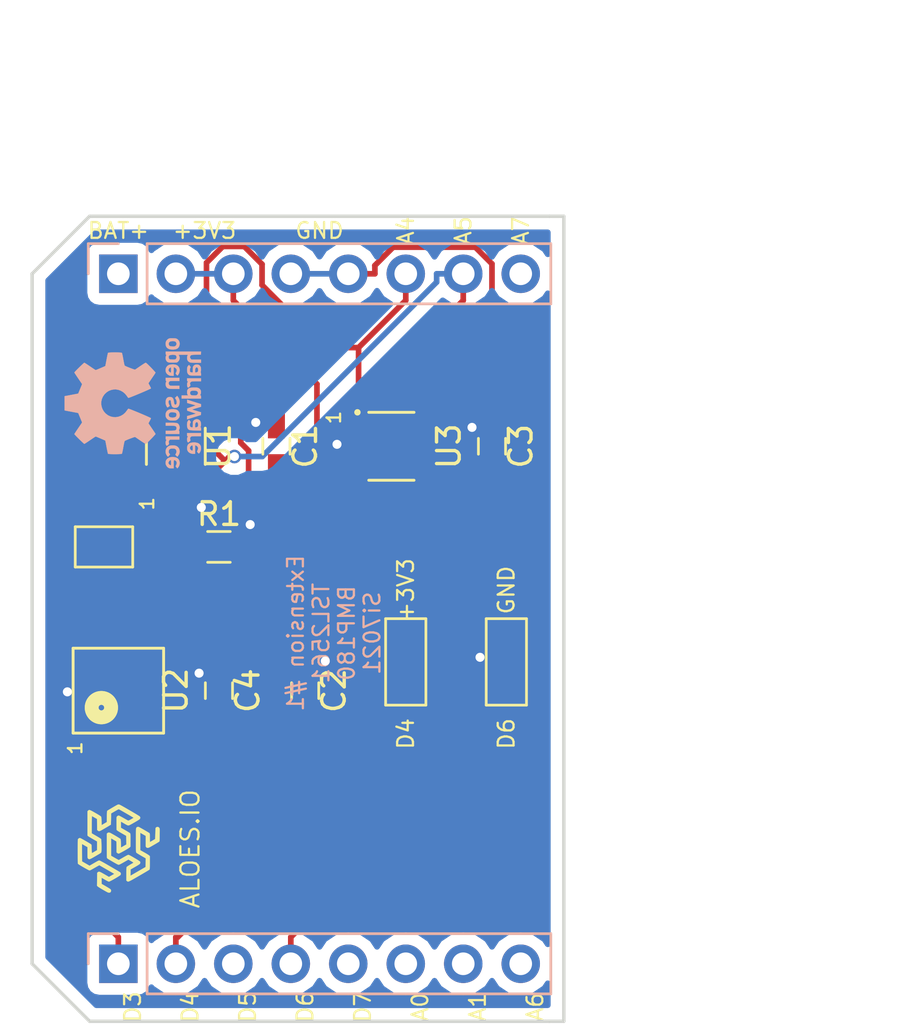
<source format=kicad_pcb>
(kicad_pcb (version 4) (host pcbnew 4.0.7-e2-6376~58~ubuntu17.04.1)

  (general
    (links 32)
    (no_connects 0)
    (area 163.754999 102.794999 187.400001 138.505001)
    (thickness 1.6)
    (drawings 33)
    (tracks 144)
    (zones 0)
    (modules 15)
    (nets 21)
  )

  (page A4)
  (layers
    (0 F.Cu signal)
    (31 B.Cu signal)
    (32 B.Adhes user)
    (33 F.Adhes user)
    (34 B.Paste user)
    (35 F.Paste user)
    (36 B.SilkS user)
    (37 F.SilkS user)
    (38 B.Mask user)
    (39 F.Mask user)
    (40 Dwgs.User user)
    (41 Cmts.User user)
    (42 Eco1.User user)
    (43 Eco2.User user)
    (44 Edge.Cuts user)
    (45 Margin user)
    (46 B.CrtYd user)
    (47 F.CrtYd user)
    (48 B.Fab user)
    (49 F.Fab user)
  )

  (setup
    (last_trace_width 0.25)
    (trace_clearance 0.2)
    (zone_clearance 0.508)
    (zone_45_only yes)
    (trace_min 0.2)
    (segment_width 0.2)
    (edge_width 0.15)
    (via_size 0.6)
    (via_drill 0.4)
    (via_min_size 0.4)
    (via_min_drill 0.3)
    (uvia_size 0.3)
    (uvia_drill 0.1)
    (uvias_allowed no)
    (uvia_min_size 0.2)
    (uvia_min_drill 0.1)
    (pcb_text_width 0.3)
    (pcb_text_size 1.5 1.5)
    (mod_edge_width 0.15)
    (mod_text_size 1 1)
    (mod_text_width 0.15)
    (pad_size 1.524 1.524)
    (pad_drill 0.762)
    (pad_to_mask_clearance 0.2)
    (aux_axis_origin 0 0)
    (visible_elements FFFFFF7F)
    (pcbplotparams
      (layerselection 0x010ff_80000001)
      (usegerberextensions true)
      (excludeedgelayer true)
      (linewidth 0.100000)
      (plotframeref false)
      (viasonmask false)
      (mode 1)
      (useauxorigin false)
      (hpglpennumber 1)
      (hpglpenspeed 20)
      (hpglpendiameter 15)
      (hpglpenoverlay 2)
      (psnegative false)
      (psa4output false)
      (plotreference true)
      (plotvalue true)
      (plotinvisibletext false)
      (padsonsilk false)
      (subtractmaskfromsilk false)
      (outputformat 1)
      (mirror false)
      (drillshape 0)
      (scaleselection 1)
      (outputdirectory /home/ed/Kicad/Cosmonode_full/Cosmonode_ext01/gerber/))
  )

  (net 0 "")
  (net 1 "Net-(C1-Pad1)")
  (net 2 "Net-(C1-Pad2)")
  (net 3 "Net-(J1-Pad2)")
  (net 4 /D3)
  (net 5 /D4)
  (net 6 /D5)
  (net 7 /D6)
  (net 8 /D7)
  (net 9 /A0)
  (net 10 /A1)
  (net 11 /A6)
  (net 12 /BAT+)
  (net 13 +3V3)
  (net 14 GND)
  (net 15 /A4)
  (net 16 /A5)
  (net 17 /A7)
  (net 18 "Net-(U3-Pad3)")
  (net 19 "Net-(U3-Pad4)")
  (net 20 "Net-(U3-Pad7)")

  (net_class Default "Ceci est la Netclass par défaut"
    (clearance 0.2)
    (trace_width 0.25)
    (via_dia 0.6)
    (via_drill 0.4)
    (uvia_dia 0.3)
    (uvia_drill 0.1)
    (add_net +3V3)
    (add_net /A0)
    (add_net /A1)
    (add_net /A4)
    (add_net /A5)
    (add_net /A6)
    (add_net /A7)
    (add_net /BAT+)
    (add_net /D3)
    (add_net /D4)
    (add_net /D5)
    (add_net /D6)
    (add_net /D7)
    (add_net GND)
    (add_net "Net-(C1-Pad1)")
    (add_net "Net-(C1-Pad2)")
    (add_net "Net-(J1-Pad2)")
    (add_net "Net-(U3-Pad3)")
    (add_net "Net-(U3-Pad4)")
    (add_net "Net-(U3-Pad7)")
  )

  (module Capacitors_SMD:C_0603_HandSoldering (layer F.Cu) (tedit 59D612AD) (tstamp 59D60FBB)
    (at 174.625 113.03 90)
    (descr "Capacitor SMD 0603, hand soldering")
    (tags "capacitor 0603")
    (path /59804CCD)
    (attr smd)
    (fp_text reference C1 (at 0 1.27 90) (layer F.SilkS)
      (effects (font (size 1 1) (thickness 0.15)))
    )
    (fp_text value 100nF (at 0 1.5 90) (layer F.Fab) hide
      (effects (font (size 1 1) (thickness 0.15)))
    )
    (fp_text user %R (at 0 -1.25 90) (layer F.Fab) hide
      (effects (font (size 1 1) (thickness 0.15)))
    )
    (fp_line (start -0.8 0.4) (end -0.8 -0.4) (layer F.Fab) (width 0.1))
    (fp_line (start 0.8 0.4) (end -0.8 0.4) (layer F.Fab) (width 0.1))
    (fp_line (start 0.8 -0.4) (end 0.8 0.4) (layer F.Fab) (width 0.1))
    (fp_line (start -0.8 -0.4) (end 0.8 -0.4) (layer F.Fab) (width 0.1))
    (fp_line (start -0.35 -0.6) (end 0.35 -0.6) (layer F.SilkS) (width 0.12))
    (fp_line (start 0.35 0.6) (end -0.35 0.6) (layer F.SilkS) (width 0.12))
    (fp_line (start -1.8 -0.65) (end 1.8 -0.65) (layer F.CrtYd) (width 0.05))
    (fp_line (start -1.8 -0.65) (end -1.8 0.65) (layer F.CrtYd) (width 0.05))
    (fp_line (start 1.8 0.65) (end 1.8 -0.65) (layer F.CrtYd) (width 0.05))
    (fp_line (start 1.8 0.65) (end -1.8 0.65) (layer F.CrtYd) (width 0.05))
    (pad 1 smd rect (at -0.95 0 90) (size 1.2 0.75) (layers F.Cu F.Paste F.Mask)
      (net 1 "Net-(C1-Pad1)"))
    (pad 2 smd rect (at 0.95 0 90) (size 1.2 0.75) (layers F.Cu F.Paste F.Mask)
      (net 2 "Net-(C1-Pad2)"))
    (model Capacitors_SMD.3dshapes/C_0603.wrl
      (at (xyz 0 0 0))
      (scale (xyz 1 1 1))
      (rotate (xyz 0 0 0))
    )
  )

  (module Capacitors_SMD:C_0603_HandSoldering (layer F.Cu) (tedit 59D6141F) (tstamp 59D60FC1)
    (at 175.895 123.825 90)
    (descr "Capacitor SMD 0603, hand soldering")
    (tags "capacitor 0603")
    (path /59804F47)
    (attr smd)
    (fp_text reference C2 (at 0 1.27 90) (layer F.SilkS)
      (effects (font (size 1 1) (thickness 0.15)))
    )
    (fp_text value 100nF (at 0 1.5 90) (layer F.Fab) hide
      (effects (font (size 1 1) (thickness 0.15)))
    )
    (fp_text user %R (at 0 -1.25 90) (layer F.Fab) hide
      (effects (font (size 1 1) (thickness 0.15)))
    )
    (fp_line (start -0.8 0.4) (end -0.8 -0.4) (layer F.Fab) (width 0.1))
    (fp_line (start 0.8 0.4) (end -0.8 0.4) (layer F.Fab) (width 0.1))
    (fp_line (start 0.8 -0.4) (end 0.8 0.4) (layer F.Fab) (width 0.1))
    (fp_line (start -0.8 -0.4) (end 0.8 -0.4) (layer F.Fab) (width 0.1))
    (fp_line (start -0.35 -0.6) (end 0.35 -0.6) (layer F.SilkS) (width 0.12))
    (fp_line (start 0.35 0.6) (end -0.35 0.6) (layer F.SilkS) (width 0.12))
    (fp_line (start -1.8 -0.65) (end 1.8 -0.65) (layer F.CrtYd) (width 0.05))
    (fp_line (start -1.8 -0.65) (end -1.8 0.65) (layer F.CrtYd) (width 0.05))
    (fp_line (start 1.8 0.65) (end 1.8 -0.65) (layer F.CrtYd) (width 0.05))
    (fp_line (start 1.8 0.65) (end -1.8 0.65) (layer F.CrtYd) (width 0.05))
    (pad 1 smd rect (at -0.95 0 90) (size 1.2 0.75) (layers F.Cu F.Paste F.Mask)
      (net 1 "Net-(C1-Pad1)"))
    (pad 2 smd rect (at 0.95 0 90) (size 1.2 0.75) (layers F.Cu F.Paste F.Mask)
      (net 2 "Net-(C1-Pad2)"))
    (model Capacitors_SMD.3dshapes/C_0603.wrl
      (at (xyz 0 0 0))
      (scale (xyz 1 1 1))
      (rotate (xyz 0 0 0))
    )
  )

  (module Capacitors_SMD:C_0603_HandSoldering (layer F.Cu) (tedit 59D612A5) (tstamp 59D60FC7)
    (at 184.15 113.03 90)
    (descr "Capacitor SMD 0603, hand soldering")
    (tags "capacitor 0603")
    (path /59804E8B)
    (attr smd)
    (fp_text reference C3 (at 0 1.27 90) (layer F.SilkS)
      (effects (font (size 1 1) (thickness 0.15)))
    )
    (fp_text value 100nF (at 0 1.5 90) (layer F.Fab) hide
      (effects (font (size 1 1) (thickness 0.15)))
    )
    (fp_text user %R (at 0 1.27 90) (layer F.Fab)
      (effects (font (size 1 1) (thickness 0.15)))
    )
    (fp_line (start -0.8 0.4) (end -0.8 -0.4) (layer F.Fab) (width 0.1))
    (fp_line (start 0.8 0.4) (end -0.8 0.4) (layer F.Fab) (width 0.1))
    (fp_line (start 0.8 -0.4) (end 0.8 0.4) (layer F.Fab) (width 0.1))
    (fp_line (start -0.8 -0.4) (end 0.8 -0.4) (layer F.Fab) (width 0.1))
    (fp_line (start -0.35 -0.6) (end 0.35 -0.6) (layer F.SilkS) (width 0.12))
    (fp_line (start 0.35 0.6) (end -0.35 0.6) (layer F.SilkS) (width 0.12))
    (fp_line (start -1.8 -0.65) (end 1.8 -0.65) (layer F.CrtYd) (width 0.05))
    (fp_line (start -1.8 -0.65) (end -1.8 0.65) (layer F.CrtYd) (width 0.05))
    (fp_line (start 1.8 0.65) (end 1.8 -0.65) (layer F.CrtYd) (width 0.05))
    (fp_line (start 1.8 0.65) (end -1.8 0.65) (layer F.CrtYd) (width 0.05))
    (pad 1 smd rect (at -0.95 0 90) (size 1.2 0.75) (layers F.Cu F.Paste F.Mask)
      (net 1 "Net-(C1-Pad1)"))
    (pad 2 smd rect (at 0.95 0 90) (size 1.2 0.75) (layers F.Cu F.Paste F.Mask)
      (net 2 "Net-(C1-Pad2)"))
    (model Capacitors_SMD.3dshapes/C_0603.wrl
      (at (xyz 0 0 0))
      (scale (xyz 1 1 1))
      (rotate (xyz 0 0 0))
    )
  )

  (module Capacitors_SMD:C_0603_HandSoldering (layer F.Cu) (tedit 59D61422) (tstamp 59D60FCD)
    (at 172.085 123.825 90)
    (descr "Capacitor SMD 0603, hand soldering")
    (tags "capacitor 0603")
    (path /59804F8A)
    (attr smd)
    (fp_text reference C4 (at 0 1.27 90) (layer F.SilkS)
      (effects (font (size 1 1) (thickness 0.15)))
    )
    (fp_text value 100nF (at 0 1.5 90) (layer F.Fab) hide
      (effects (font (size 1 1) (thickness 0.15)))
    )
    (fp_text user %R (at 0 -1.25 90) (layer F.Fab) hide
      (effects (font (size 1 1) (thickness 0.15)))
    )
    (fp_line (start -0.8 0.4) (end -0.8 -0.4) (layer F.Fab) (width 0.1))
    (fp_line (start 0.8 0.4) (end -0.8 0.4) (layer F.Fab) (width 0.1))
    (fp_line (start 0.8 -0.4) (end 0.8 0.4) (layer F.Fab) (width 0.1))
    (fp_line (start -0.8 -0.4) (end 0.8 -0.4) (layer F.Fab) (width 0.1))
    (fp_line (start -0.35 -0.6) (end 0.35 -0.6) (layer F.SilkS) (width 0.12))
    (fp_line (start 0.35 0.6) (end -0.35 0.6) (layer F.SilkS) (width 0.12))
    (fp_line (start -1.8 -0.65) (end 1.8 -0.65) (layer F.CrtYd) (width 0.05))
    (fp_line (start -1.8 -0.65) (end -1.8 0.65) (layer F.CrtYd) (width 0.05))
    (fp_line (start 1.8 0.65) (end 1.8 -0.65) (layer F.CrtYd) (width 0.05))
    (fp_line (start 1.8 0.65) (end -1.8 0.65) (layer F.CrtYd) (width 0.05))
    (pad 1 smd rect (at -0.95 0 90) (size 1.2 0.75) (layers F.Cu F.Paste F.Mask)
      (net 1 "Net-(C1-Pad1)"))
    (pad 2 smd rect (at 0.95 0 90) (size 1.2 0.75) (layers F.Cu F.Paste F.Mask)
      (net 2 "Net-(C1-Pad2)"))
    (model Capacitors_SMD.3dshapes/C_0603.wrl
      (at (xyz 0 0 0))
      (scale (xyz 1 1 1))
      (rotate (xyz 0 0 0))
    )
  )

  (module Connectors:GS2 (layer F.Cu) (tedit 59D6124F) (tstamp 59D60FD3)
    (at 167.005 117.475 90)
    (descr "2-pin solder bridge")
    (tags "solder bridge")
    (path /59804FEF)
    (attr smd)
    (fp_text reference J1 (at 1.78 0 180) (layer F.SilkS) hide
      (effects (font (size 1 1) (thickness 0.15)))
    )
    (fp_text value GS2 (at -1.8 0 180) (layer F.Fab) hide
      (effects (font (size 1 1) (thickness 0.15)))
    )
    (fp_line (start 1.1 -1.45) (end 1.1 1.5) (layer F.CrtYd) (width 0.05))
    (fp_line (start 1.1 1.5) (end -1.1 1.5) (layer F.CrtYd) (width 0.05))
    (fp_line (start -1.1 1.5) (end -1.1 -1.45) (layer F.CrtYd) (width 0.05))
    (fp_line (start -1.1 -1.45) (end 1.1 -1.45) (layer F.CrtYd) (width 0.05))
    (fp_line (start -0.89 -1.27) (end -0.89 1.27) (layer F.SilkS) (width 0.12))
    (fp_line (start 0.89 1.27) (end 0.89 -1.27) (layer F.SilkS) (width 0.12))
    (fp_line (start 0.89 1.27) (end -0.89 1.27) (layer F.SilkS) (width 0.12))
    (fp_line (start -0.89 -1.27) (end 0.89 -1.27) (layer F.SilkS) (width 0.12))
    (pad 1 smd rect (at 0 -0.64 90) (size 1.27 0.97) (layers F.Cu F.Paste F.Mask)
      (net 1 "Net-(C1-Pad1)"))
    (pad 2 smd rect (at 0 0.64 90) (size 1.27 0.97) (layers F.Cu F.Paste F.Mask)
      (net 3 "Net-(J1-Pad2)"))
  )

  (module Socket_Strips:Socket_Strip_Straight_1x08_Pitch2.54mm (layer B.Cu) (tedit 59D61135) (tstamp 59D60FDF)
    (at 167.64 135.89 270)
    (descr "Through hole straight socket strip, 1x08, 2.54mm pitch, single row")
    (tags "Through hole socket strip THT 1x08 2.54mm single row")
    (path /598047BC)
    (fp_text reference J3 (at 0 2.33 270) (layer B.SilkS) hide
      (effects (font (size 1 1) (thickness 0.15)) (justify mirror))
    )
    (fp_text value CONN_01X08 (at 0 -20.11 270) (layer B.Fab) hide
      (effects (font (size 1 1) (thickness 0.15)) (justify mirror))
    )
    (fp_line (start -1.27 1.27) (end -1.27 -19.05) (layer B.Fab) (width 0.1))
    (fp_line (start -1.27 -19.05) (end 1.27 -19.05) (layer B.Fab) (width 0.1))
    (fp_line (start 1.27 -19.05) (end 1.27 1.27) (layer B.Fab) (width 0.1))
    (fp_line (start 1.27 1.27) (end -1.27 1.27) (layer B.Fab) (width 0.1))
    (fp_line (start -1.33 -1.27) (end -1.33 -19.11) (layer B.SilkS) (width 0.12))
    (fp_line (start -1.33 -19.11) (end 1.33 -19.11) (layer B.SilkS) (width 0.12))
    (fp_line (start 1.33 -19.11) (end 1.33 -1.27) (layer B.SilkS) (width 0.12))
    (fp_line (start 1.33 -1.27) (end -1.33 -1.27) (layer B.SilkS) (width 0.12))
    (fp_line (start -1.33 0) (end -1.33 1.33) (layer B.SilkS) (width 0.12))
    (fp_line (start -1.33 1.33) (end 0 1.33) (layer B.SilkS) (width 0.12))
    (fp_line (start -1.8 1.8) (end -1.8 -19.55) (layer B.CrtYd) (width 0.05))
    (fp_line (start -1.8 -19.55) (end 1.8 -19.55) (layer B.CrtYd) (width 0.05))
    (fp_line (start 1.8 -19.55) (end 1.8 1.8) (layer B.CrtYd) (width 0.05))
    (fp_line (start 1.8 1.8) (end -1.8 1.8) (layer B.CrtYd) (width 0.05))
    (fp_text user %R (at 0 2.33 270) (layer B.Fab) hide
      (effects (font (size 1 1) (thickness 0.15)) (justify mirror))
    )
    (pad 1 thru_hole rect (at 0 0 270) (size 1.7 1.7) (drill 1) (layers *.Cu *.Mask)
      (net 4 /D3))
    (pad 2 thru_hole oval (at 0 -2.54 270) (size 1.7 1.7) (drill 1) (layers *.Cu *.Mask)
      (net 5 /D4))
    (pad 3 thru_hole oval (at 0 -5.08 270) (size 1.7 1.7) (drill 1) (layers *.Cu *.Mask)
      (net 6 /D5))
    (pad 4 thru_hole oval (at 0 -7.62 270) (size 1.7 1.7) (drill 1) (layers *.Cu *.Mask)
      (net 7 /D6))
    (pad 5 thru_hole oval (at 0 -10.16 270) (size 1.7 1.7) (drill 1) (layers *.Cu *.Mask)
      (net 8 /D7))
    (pad 6 thru_hole oval (at 0 -12.7 270) (size 1.7 1.7) (drill 1) (layers *.Cu *.Mask)
      (net 9 /A0))
    (pad 7 thru_hole oval (at 0 -15.24 270) (size 1.7 1.7) (drill 1) (layers *.Cu *.Mask)
      (net 10 /A1))
    (pad 8 thru_hole oval (at 0 -17.78 270) (size 1.7 1.7) (drill 1) (layers *.Cu *.Mask)
      (net 11 /A6))
    (model ${KISYS3DMOD}/Socket_Strips.3dshapes/Socket_Strip_Straight_1x08_Pitch2.54mm.wrl
      (at (xyz 0 -0.35 0))
      (scale (xyz 1 1 1))
      (rotate (xyz 0 0 270))
    )
  )

  (module Aloes:Aloes_mini (layer F.Cu) (tedit 0) (tstamp 59D60FE3)
    (at 167.64 130.81 90)
    (path /59D60D96)
    (fp_text reference J4 (at 0 0 90) (layer F.SilkS) hide
      (effects (font (thickness 0.3)))
    )
    (fp_text value Aloes_Logo (at 0.75 0 90) (layer F.SilkS) hide
      (effects (font (thickness 0.3)))
    )
    (fp_poly (pts (xy -0.009945 -1.794874) (xy 0.081325 -1.79478) (xy 0.158284 -1.794581) (xy 0.222242 -1.79424)
      (xy 0.274511 -1.793716) (xy 0.316401 -1.792973) (xy 0.349224 -1.791972) (xy 0.374291 -1.790675)
      (xy 0.392912 -1.789043) (xy 0.406399 -1.787038) (xy 0.416062 -1.784621) (xy 0.423213 -1.781755)
      (xy 0.428242 -1.77897) (xy 0.455972 -1.75336) (xy 0.470062 -1.720607) (xy 0.468969 -1.684557)
      (xy 0.467789 -1.680338) (xy 0.460767 -1.664051) (xy 0.446474 -1.635909) (xy 0.426244 -1.598215)
      (xy 0.40141 -1.553275) (xy 0.373305 -1.503394) (xy 0.343261 -1.450876) (xy 0.312612 -1.398027)
      (xy 0.282691 -1.347152) (xy 0.25483 -1.300555) (xy 0.230362 -1.260542) (xy 0.210621 -1.229417)
      (xy 0.196939 -1.209485) (xy 0.192306 -1.203963) (xy 0.184936 -1.197887) (xy 0.175884 -1.193202)
      (xy 0.162821 -1.189633) (xy 0.143415 -1.186904) (xy 0.115336 -1.184739) (xy 0.076254 -1.182862)
      (xy 0.023837 -1.180996) (xy -0.010985 -1.179892) (xy -0.064701 -1.178078) (xy -0.112224 -1.176196)
      (xy -0.151121 -1.174365) (xy -0.178962 -1.172704) (xy -0.193313 -1.171334) (xy -0.194733 -1.170879)
      (xy -0.190723 -1.162795) (xy -0.179658 -1.142651) (xy -0.162988 -1.113032) (xy -0.142162 -1.076523)
      (xy -0.129117 -1.053846) (xy -0.0635 -0.940116) (xy 0.326814 -0.9398) (xy 0.436127 -1.131614)
      (xy 0.466619 -1.184451) (xy 0.495512 -1.23327) (xy 0.521435 -1.275851) (xy 0.543016 -1.309973)
      (xy 0.558883 -1.333414) (xy 0.56685 -1.343281) (xy 0.58826 -1.363133) (xy 1.656145 -1.363133)
      (xy 1.683206 -1.335213) (xy 1.695806 -1.321387) (xy 1.704833 -1.308113) (xy 1.709741 -1.293731)
      (xy 1.709984 -1.276583) (xy 1.705015 -1.255008) (xy 1.694289 -1.227346) (xy 1.677259 -1.191939)
      (xy 1.653378 -1.147128) (xy 1.622102 -1.091251) (xy 1.582883 -1.022651) (xy 1.576917 -1.012266)
      (xy 1.53548 -0.940727) (xy 1.501294 -0.883021) (xy 1.473646 -0.838034) (xy 1.451824 -0.804657)
      (xy 1.435115 -0.781778) (xy 1.422805 -0.768284) (xy 1.418167 -0.764765) (xy 1.407296 -0.75939)
      (xy 1.392977 -0.755229) (xy 1.372779 -0.752045) (xy 1.344271 -0.749599) (xy 1.305023 -0.747652)
      (xy 1.252603 -0.745965) (xy 1.21745 -0.745066) (xy 1.042132 -0.740833) (xy 1.110318 -0.624417)
      (xy 1.178504 -0.508) (xy 1.332202 -0.506923) (xy 1.390142 -0.506239) (xy 1.450283 -0.505051)
      (xy 1.507317 -0.503496) (xy 1.555938 -0.501709) (xy 1.579033 -0.500573) (xy 1.672167 -0.4953)
      (xy 1.702919 -0.448733) (xy 1.715723 -0.428494) (xy 1.735461 -0.396213) (xy 1.760571 -0.354497)
      (xy 1.789489 -0.305952) (xy 1.820655 -0.253186) (xy 1.844736 -0.212116) (xy 1.879327 -0.152585)
      (xy 1.90608 -0.105584) (xy 1.92595 -0.069169) (xy 1.939891 -0.041399) (xy 1.948858 -0.020332)
      (xy 1.953805 -0.004026) (xy 1.955688 0.009461) (xy 1.9558 0.0138) (xy 1.955035 0.022672)
      (xy 1.952323 0.033782) (xy 1.947046 0.048291) (xy 1.938581 0.06736) (xy 1.926307 0.092149)
      (xy 1.909602 0.123819) (xy 1.887847 0.16353) (xy 1.86042 0.212442) (xy 1.826699 0.271717)
      (xy 1.786064 0.342514) (xy 1.737893 0.425995) (xy 1.701799 0.488383) (xy 1.653951 0.570677)
      (xy 1.608564 0.648059) (xy 1.566399 0.719271) (xy 1.52822 0.783055) (xy 1.494787 0.838155)
      (xy 1.466862 0.883312) (xy 1.445207 0.917268) (xy 1.430585 0.938767) (xy 1.424515 0.946108)
      (xy 1.392645 0.961908) (xy 1.356289 0.963691) (xy 1.32112 0.951342) (xy 1.310173 0.940929)
      (xy 1.293632 0.919023) (xy 1.271042 0.884911) (xy 1.241949 0.837882) (xy 1.2059 0.777224)
      (xy 1.165297 0.7072) (xy 1.127278 0.640759) (xy 1.097077 0.587183) (xy 1.073855 0.54479)
      (xy 1.056768 0.511895) (xy 1.044974 0.486813) (xy 1.037633 0.46786) (xy 1.033902 0.453352)
      (xy 1.032934 0.442392) (xy 1.034515 0.426334) (xy 1.040029 0.407281) (xy 1.050631 0.38269)
      (xy 1.067477 0.350017) (xy 1.091723 0.306722) (xy 1.105221 0.283325) (xy 1.130156 0.240213)
      (xy 1.152935 0.200541) (xy 1.171832 0.16734) (xy 1.185117 0.143644) (xy 1.190105 0.134425)
      (xy 1.202702 0.110067) (xy 0.9271 0.110329) (xy 0.817034 0.302815) (xy 0.786465 0.355657)
      (xy 0.75758 0.404438) (xy 0.731734 0.446956) (xy 0.710283 0.481012) (xy 0.694584 0.504405)
      (xy 0.686681 0.51435) (xy 0.680894 0.519494) (xy 0.674455 0.523615) (xy 0.665555 0.526824)
      (xy 0.652388 0.529231) (xy 0.633145 0.530948) (xy 0.60602 0.532085) (xy 0.569205 0.532753)
      (xy 0.520892 0.533064) (xy 0.459276 0.533129) (xy 0.382547 0.533057) (xy 0.381881 0.533056)
      (xy 0.097367 0.532712) (xy 0.071362 0.509773) (xy 0.059286 0.495421) (xy 0.040938 0.46888)
      (xy 0.017588 0.432384) (xy -0.009495 0.388167) (xy -0.03904 0.338462) (xy -0.069777 0.285504)
      (xy -0.100436 0.231527) (xy -0.129747 0.178764) (xy -0.15644 0.12945) (xy -0.179246 0.085818)
      (xy -0.196893 0.050101) (xy -0.208113 0.024536) (xy -0.211667 0.011931) (xy -0.204951 -0.014234)
      (xy -0.186632 -0.043434) (xy -0.18565 -0.044637) (xy -0.159634 -0.0762) (xy 0.0366 -0.077119)
      (xy 0.095847 -0.077622) (xy 0.152357 -0.078521) (xy 0.202931 -0.07973) (xy 0.244369 -0.081168)
      (xy 0.273473 -0.082752) (xy 0.281508 -0.083469) (xy 0.330182 -0.0889) (xy 0.397079 -0.205317)
      (xy 0.463975 -0.321733) (xy -0.310047 -0.321733) (xy -0.405499 -0.155207) (xy -0.436602 -0.100621)
      (xy -0.459964 -0.058649) (xy -0.476491 -0.027342) (xy -0.487088 -0.004754) (xy -0.49266 0.011063)
      (xy -0.494112 0.022055) (xy -0.492349 0.03017) (xy -0.492025 0.030912) (xy -0.485389 0.043483)
      (xy -0.471478 0.068416) (xy -0.451575 0.103459) (xy -0.426964 0.146362) (xy -0.398927 0.194876)
      (xy -0.377016 0.232573) (xy -0.339775 0.297296) (xy -0.31117 0.348909) (xy -0.290639 0.38852)
      (xy -0.277618 0.417238) (xy -0.271548 0.436169) (xy -0.270933 0.441732) (xy -0.272258 0.452795)
      (xy -0.276706 0.467579) (xy -0.284984 0.487408) (xy -0.297802 0.513611) (xy -0.315869 0.547512)
      (xy -0.339892 0.590439) (xy -0.370581 0.643718) (xy -0.408644 0.708675) (xy -0.45479 0.786637)
      (xy -0.45887 0.793504) (xy -0.486972 0.839948) (xy -0.513155 0.881628) (xy -0.535894 0.91624)
      (xy -0.553663 0.941481) (xy -0.564936 0.955047) (xy -0.566807 0.956488) (xy -0.594482 0.963936)
      (xy -0.627792 0.963082) (xy -0.657805 0.954254) (xy -0.660097 0.953048) (xy -0.671679 0.941287)
      (xy -0.690619 0.914991) (xy -0.71657 0.8747) (xy -0.749185 0.82096) (xy -0.788118 0.754311)
      (xy -0.796583 0.739565) (xy -0.912205 0.537634) (xy -1.05348 0.53531) (xy -1.194756 0.532986)
      (xy -1.173565 0.569177) (xy -1.16474 0.584349) (xy -1.148487 0.612397) (xy -1.125838 0.651533)
      (xy -1.09783 0.699967) (xy -1.065496 0.755909) (xy -1.029872 0.81757) (xy -0.991991 0.88316)
      (xy -0.978842 0.905934) (xy -0.805311 1.2065) (xy -0.612205 1.208619) (xy -0.4191 1.210738)
      (xy -0.305142 1.011082) (xy -0.269937 0.950296) (xy -0.238219 0.897294) (xy -0.210977 0.853637)
      (xy -0.189199 0.820884) (xy -0.173873 0.800594) (xy -0.168369 0.79518) (xy -0.163114 0.791849)
      (xy -0.156562 0.789007) (xy -0.147415 0.786615) (xy -0.134374 0.784634) (xy -0.116139 0.783026)
      (xy -0.091412 0.781751) (xy -0.058894 0.780773) (xy -0.017286 0.78005) (xy 0.034709 0.779546)
      (xy 0.098392 0.779221) (xy 0.175061 0.779036) (xy 0.266015 0.778953) (xy 0.372552 0.778934)
      (xy 0.377074 0.778934) (xy 0.484214 0.77895) (xy 0.57573 0.779025) (xy 0.652932 0.779199)
      (xy 0.717131 0.779511) (xy 0.769636 0.780001) (xy 0.811757 0.78071) (xy 0.844804 0.781677)
      (xy 0.870087 0.782941) (xy 0.888916 0.784543) (xy 0.9026 0.786522) (xy 0.91245 0.788918)
      (xy 0.919776 0.791771) (xy 0.925887 0.795121) (xy 0.926726 0.795636) (xy 0.951025 0.819053)
      (xy 0.965418 0.850065) (xy 0.967638 0.882647) (xy 0.964321 0.895547) (xy 0.957118 0.910696)
      (xy 0.942786 0.937792) (xy 0.922639 0.974548) (xy 0.897992 1.018678) (xy 0.870162 1.067893)
      (xy 0.840463 1.119908) (xy 0.810211 1.172435) (xy 0.780722 1.223187) (xy 0.75331 1.269877)
      (xy 0.729291 1.310218) (xy 0.709981 1.341923) (xy 0.696695 1.362706) (xy 0.691726 1.369483)
      (xy 0.685585 1.375655) (xy 0.678383 1.380325) (xy 0.667856 1.383704) (xy 0.65174 1.385999)
      (xy 0.627772 1.387421) (xy 0.593686 1.388178) (xy 0.54722 1.388479) (xy 0.486109 1.388533)
      (xy 0.485358 1.388533) (xy 0.43086 1.388804) (xy 0.382553 1.389563) (xy 0.342828 1.39073)
      (xy 0.314078 1.392223) (xy 0.298693 1.393963) (xy 0.296759 1.394883) (xy 0.300951 1.404038)
      (xy 0.312238 1.425141) (xy 0.329152 1.455535) (xy 0.350221 1.492562) (xy 0.363479 1.515533)
      (xy 0.429774 1.629833) (xy 0.627637 1.635054) (xy 0.686828 1.636613) (xy 0.743023 1.638087)
      (xy 0.793108 1.639397) (xy 0.833967 1.640459) (xy 0.862488 1.641194) (xy 0.870787 1.641404)
      (xy 0.899792 1.643597) (xy 0.919201 1.650268) (xy 0.936273 1.664268) (xy 0.940637 1.668829)
      (xy 0.960598 1.701049) (xy 0.965647 1.73595) (xy 0.956513 1.76973) (xy 0.933926 1.798584)
      (xy 0.913069 1.812546) (xy 0.897817 1.81921) (xy 0.880643 1.823671) (xy 0.858097 1.82626)
      (xy 0.826731 1.827311) (xy 0.783095 1.827157) (xy 0.764454 1.826882) (xy 0.71492 1.826074)
      (xy 0.65445 1.825095) (xy 0.589042 1.824043) (xy 0.524692 1.823014) (xy 0.490255 1.822467)
      (xy 0.434825 1.821493) (xy 0.393801 1.820381) (xy 0.364657 1.818822) (xy 0.344868 1.816505)
      (xy 0.331907 1.813122) (xy 0.323248 1.808365) (xy 0.316365 1.801923) (xy 0.315611 1.801101)
      (xy 0.307128 1.789157) (xy 0.291461 1.764505) (xy 0.269816 1.729147) (xy 0.243402 1.685084)
      (xy 0.213425 1.634318) (xy 0.181092 1.578849) (xy 0.170373 1.560308) (xy 0.133688 1.496525)
      (xy 0.104704 1.445502) (xy 0.082528 1.405409) (xy 0.066266 1.374416) (xy 0.055025 1.350691)
      (xy 0.047913 1.332404) (xy 0.044037 1.317724) (xy 0.042503 1.304822) (xy 0.042334 1.297841)
      (xy 0.043855 1.271334) (xy 0.050764 1.253961) (xy 0.06658 1.238024) (xy 0.071515 1.234017)
      (xy 0.100695 1.210733) (xy 0.336098 1.210731) (xy 0.5715 1.210729) (xy 0.615846 1.132415)
      (xy 0.637668 1.093967) (xy 0.659584 1.055503) (xy 0.678279 1.022834) (xy 0.685867 1.00965)
      (xy 0.711543 0.9652) (xy 0.324021 0.965239) (xy -0.0635 0.965277) (xy -0.164328 1.145155)
      (xy -0.194093 1.197362) (xy -0.222949 1.246334) (xy -0.249333 1.289541) (xy -0.271682 1.324457)
      (xy -0.288433 1.348553) (xy -0.295163 1.356783) (xy -0.32517 1.388533) (xy -0.613435 1.388264)
      (xy -0.694032 1.38807) (xy -0.759289 1.38761) (xy -0.810798 1.386822) (xy -0.850151 1.385642)
      (xy -0.87894 1.384006) (xy -0.898756 1.381852) (xy -0.911192 1.379117) (xy -0.917291 1.376181)
      (xy -0.924219 1.366892) (xy -0.938781 1.344216) (xy -0.960199 1.30946) (xy -0.987694 1.263931)
      (xy -1.020487 1.208936) (xy -1.057797 1.145783) (xy -1.098845 1.075778) (xy -1.142853 1.00023)
      (xy -1.189041 0.920445) (xy -1.190341 0.918191) (xy -1.245503 0.822574) (xy -1.292735 0.740472)
      (xy -1.332552 0.670723) (xy -1.365465 0.612164) (xy -1.39199 0.563631) (xy -1.412639 0.523962)
      (xy -1.427925 0.491993) (xy -1.438362 0.466563) (xy -1.444464 0.446507) (xy -1.446744 0.430663)
      (xy -1.445714 0.417868) (xy -1.441889 0.406959) (xy -1.435783 0.396773) (xy -1.427907 0.386148)
      (xy -1.426202 0.383916) (xy -1.404605 0.3556) (xy -1.114077 0.3556) (xy -1.035997 0.355646)
      (xy -0.97306 0.355846) (xy -0.923476 0.356294) (xy -0.885454 0.357085) (xy -0.857204 0.358313)
      (xy -0.836936 0.360071) (xy -0.82286 0.362453) (xy -0.813185 0.365554) (xy -0.80612 0.369468)
      (xy -0.802755 0.371958) (xy -0.791883 0.384424) (xy -0.774515 0.408948) (xy -0.752431 0.442814)
      (xy -0.727408 0.483306) (xy -0.70438 0.522241) (xy -0.679149 0.565717) (xy -0.656505 0.604583)
      (xy -0.63795 0.636274) (xy -0.624984 0.658226) (xy -0.619287 0.667608) (xy -0.613204 0.667857)
      (xy -0.602077 0.656722) (xy -0.585391 0.633431) (xy -0.562633 0.597215) (xy -0.533287 0.547302)
      (xy -0.501226 0.490759) (xy -0.47496 0.443884) (xy -0.588667 0.245225) (xy -0.624435 0.182275)
      (xy -0.652282 0.132082) (xy -0.673059 0.092921) (xy -0.687619 0.063065) (xy -0.696812 0.040789)
      (xy -0.70149 0.024367) (xy -0.702554 0.014348) (xy -0.701245 0.002789) (xy -0.696663 -0.012523)
      (xy -0.687999 -0.033175) (xy -0.674442 -0.060756) (xy -0.655183 -0.096853) (xy -0.629411 -0.143052)
      (xy -0.596317 -0.20094) (xy -0.565454 -0.254273) (xy -0.526484 -0.3211) (xy -0.494829 -0.374633)
      (xy -0.469514 -0.416344) (xy -0.449566 -0.447707) (xy -0.43401 -0.470192) (xy -0.421872 -0.485272)
      (xy -0.412179 -0.49442) (xy -0.403956 -0.499107) (xy -0.403324 -0.499337) (xy -0.388986 -0.501299)
      (xy -0.358229 -0.503026) (xy -0.311563 -0.504509) (xy -0.249501 -0.505742) (xy -0.172555 -0.506716)
      (xy -0.081236 -0.507422) (xy 0.023943 -0.507853) (xy 0.142471 -0.508) (xy 0.665699 -0.508)
      (xy 0.688767 -0.483921) (xy 0.709076 -0.456789) (xy 0.717313 -0.428313) (xy 0.713464 -0.395406)
      (xy 0.697511 -0.354979) (xy 0.687964 -0.336431) (xy 0.657621 -0.281005) (xy 0.625108 -0.223063)
      (xy 0.591603 -0.164567) (xy 0.558282 -0.107481) (xy 0.526324 -0.053766) (xy 0.496906 -0.005385)
      (xy 0.471206 0.035699) (xy 0.450402 0.067522) (xy 0.435671 0.088123) (xy 0.428928 0.095278)
      (xy 0.412241 0.09967) (xy 0.378806 0.103455) (xy 0.3288 0.106618) (xy 0.262397 0.109148)
      (xy 0.230941 0.109988) (xy 0.051248 0.1143) (xy 0.119758 0.235107) (xy 0.188269 0.355913)
      (xy 0.379885 0.35364) (xy 0.5715 0.351367) (xy 0.68236 0.158149) (xy 0.713087 0.105182)
      (xy 0.742123 0.056225) (xy 0.768112 0.01348) (xy 0.789697 -0.020851) (xy 0.805522 -0.044564)
      (xy 0.813594 -0.054888) (xy 0.833967 -0.074708) (xy 1.109133 -0.077571) (xy 1.190171 -0.078253)
      (xy 1.255857 -0.078414) (xy 1.307767 -0.078011) (xy 1.347477 -0.077001) (xy 1.37656 -0.075341)
      (xy 1.396593 -0.072989) (xy 1.409151 -0.069902) (xy 1.410473 -0.069379) (xy 1.433879 -0.051824)
      (xy 1.453006 -0.024047) (xy 1.463724 0.00724) (xy 1.464734 0.018807) (xy 1.460642 0.03087)
      (xy 1.449124 0.055379) (xy 1.43131 0.090172) (xy 1.408335 0.133084) (xy 1.381329 0.181952)
      (xy 1.355186 0.22807) (xy 1.325371 0.280245) (xy 1.29821 0.328123) (xy 1.274893 0.369578)
      (xy 1.256611 0.402486) (xy 1.244554 0.42472) (xy 1.240038 0.433764) (xy 1.241978 0.448235)
      (xy 1.253683 0.476318) (xy 1.27518 0.518073) (xy 1.300321 0.562881) (xy 1.323163 0.602032)
      (xy 1.343195 0.63537) (xy 1.358874 0.660404) (xy 1.368656 0.67464) (xy 1.371019 0.676967)
      (xy 1.375935 0.669851) (xy 1.388205 0.649846) (xy 1.406777 0.618766) (xy 1.430603 0.578423)
      (xy 1.458633 0.530631) (xy 1.489817 0.477202) (xy 1.523106 0.419949) (xy 1.557449 0.360686)
      (xy 1.591797 0.301226) (xy 1.625101 0.24338) (xy 1.65631 0.188963) (xy 1.684376 0.139787)
      (xy 1.708247 0.097666) (xy 1.726875 0.064412) (xy 1.73921 0.041838) (xy 1.742964 0.034564)
      (xy 1.746338 0.026371) (xy 1.747449 0.017648) (xy 1.745394 0.006359) (xy 1.739267 -0.009528)
      (xy 1.728162 -0.03205) (xy 1.711176 -0.06324) (xy 1.687402 -0.105133) (xy 1.658461 -0.155391)
      (xy 1.562426 -0.321733) (xy 1.422563 -0.321768) (xy 1.364313 -0.322159) (xy 1.301344 -0.32321)
      (xy 1.240224 -0.324773) (xy 1.187519 -0.326701) (xy 1.174445 -0.327323) (xy 1.06619 -0.332844)
      (xy 1.021304 -0.405605) (xy 1.003503 -0.434924) (xy 0.979247 -0.475536) (xy 0.950534 -0.524061)
      (xy 0.919361 -0.577119) (xy 0.887726 -0.631331) (xy 0.877676 -0.64864) (xy 0.842861 -0.709175)
      (xy 0.816262 -0.757238) (xy 0.797322 -0.794842) (xy 0.785483 -0.823997) (xy 0.780188 -0.846716)
      (xy 0.780878 -0.86501) (xy 0.786996 -0.88089) (xy 0.797985 -0.896369) (xy 0.80635 -0.905933)
      (xy 0.83327 -0.935566) (xy 1.076076 -0.93853) (xy 1.318883 -0.941493) (xy 1.381225 -1.051976)
      (xy 1.403249 -1.091148) (xy 1.422246 -1.125201) (xy 1.43668 -1.151362) (xy 1.445017 -1.166859)
      (xy 1.446389 -1.169663) (xy 1.438794 -1.17114) (xy 1.415933 -1.172514) (xy 1.37947 -1.173756)
      (xy 1.331071 -1.174832) (xy 1.272403 -1.175713) (xy 1.205132 -1.176366) (xy 1.130923 -1.176759)
      (xy 1.064872 -1.176867) (xy 0.680532 -1.176867) (xy 0.563052 -0.974305) (xy 0.521732 -0.903929)
      (xy 0.487868 -0.848183) (xy 0.461178 -0.806635) (xy 0.441383 -0.778852) (xy 0.428199 -0.764402)
      (xy 0.425176 -0.762451) (xy 0.409663 -0.75916) (xy 0.37985 -0.75614) (xy 0.338366 -0.753436)
      (xy 0.287843 -0.751094) (xy 0.230911 -0.749158) (xy 0.170202 -0.747676) (xy 0.108346 -0.746692)
      (xy 0.047974 -0.746252) (xy -0.008283 -0.746402) (xy -0.057795 -0.747187) (xy -0.09793 -0.748652)
      (xy -0.126058 -0.750845) (xy -0.136752 -0.752708) (xy -0.147571 -0.755653) (xy -0.156744 -0.758745)
      (xy -0.165291 -0.763429) (xy -0.174237 -0.771156) (xy -0.184604 -0.783372) (xy -0.197414 -0.801525)
      (xy -0.21369 -0.827063) (xy -0.234455 -0.861435) (xy -0.260731 -0.906087) (xy -0.293541 -0.962468)
      (xy -0.333358 -1.03108) (xy -0.371196 -1.096589) (xy -0.401055 -1.149389) (xy -0.42366 -1.191301)
      (xy -0.439734 -1.224142) (xy -0.45 -1.249732) (xy -0.455184 -1.269888) (xy -0.456009 -1.28643)
      (xy -0.453197 -1.301175) (xy -0.447475 -1.315943) (xy -0.447085 -1.316803) (xy -0.44035 -1.329705)
      (xy -0.431945 -1.339967) (xy -0.419995 -1.34789) (xy -0.402622 -1.353774) (xy -0.377951 -1.357921)
      (xy -0.344105 -1.360629) (xy -0.299209 -1.3622) (xy -0.241385 -1.362934) (xy -0.168759 -1.363131)
      (xy -0.157726 -1.363133) (xy 0.074856 -1.363133) (xy 0.143261 -1.48256) (xy 0.166239 -1.522876)
      (xy 0.18593 -1.557806) (xy 0.200927 -1.584824) (xy 0.209822 -1.601401) (xy 0.211667 -1.605412)
      (xy 0.20348 -1.606066) (xy 0.18004 -1.606586) (xy 0.143024 -1.606964) (xy 0.094111 -1.607197)
      (xy 0.034981 -1.607278) (xy -0.032688 -1.607203) (xy -0.107216 -1.606966) (xy -0.174291 -1.606635)
      (xy -0.56025 -1.604433) (xy -0.655662 -1.438737) (xy -0.751075 -1.273041) (xy -0.63392 -1.070992)
      (xy -0.59924 -1.011034) (xy -0.572236 -0.963784) (xy -0.552013 -0.927348) (xy -0.537675 -0.899833)
      (xy -0.528327 -0.879344) (xy -0.523074 -0.863985) (xy -0.521019 -0.851863) (xy -0.521267 -0.841083)
      (xy -0.522141 -0.834522) (xy -0.528069 -0.817059) (xy -0.542548 -0.78606) (xy -0.56566 -0.741378)
      (xy -0.597485 -0.682863) (xy -0.638102 -0.610365) (xy -0.687591 -0.523737) (xy -0.713784 -0.478367)
      (xy -0.777577 -0.368266) (xy -0.8334 -0.272118) (xy -0.881692 -0.189179) (xy -0.922895 -0.118704)
      (xy -0.957447 -0.059949) (xy -0.985789 -0.012169) (xy -1.008361 0.025379) (xy -1.025604 0.053441)
      (xy -1.037956 0.072759) (xy -1.045858 0.08408) (xy -1.047547 0.086167) (xy -1.070069 0.100795)
      (xy -1.100757 0.106919) (xy -1.132782 0.103898) (xy -1.15233 0.096002) (xy -1.164559 0.083803)
      (xy -1.183302 0.058863) (xy -1.20726 0.023428) (xy -1.235133 -0.020257) (xy -1.26562 -0.069944)
      (xy -1.297422 -0.123388) (xy -1.329239 -0.178343) (xy -1.35977 -0.232562) (xy -1.387716 -0.2838)
      (xy -1.411777 -0.32981) (xy -1.430653 -0.368347) (xy -1.443043 -0.397163) (xy -1.447648 -0.414013)
      (xy -1.447652 -0.414264) (xy -1.445112 -0.429725) (xy -1.436812 -0.452248) (xy -1.421926 -0.483549)
      (xy -1.399627 -0.525346) (xy -1.369087 -0.579353) (xy -1.363133 -0.589671) (xy -1.337317 -0.634528)
      (xy -1.314676 -0.674301) (xy -1.296489 -0.706705) (xy -1.284038 -0.729455) (xy -1.278601 -0.740266)
      (xy -1.278466 -0.740766) (xy -1.286461 -0.742215) (xy -1.30857 -0.743198) (xy -1.341976 -0.743666)
      (xy -1.383865 -0.74357) (xy -1.415621 -0.74316) (xy -1.552775 -0.740833) (xy -1.659038 -0.557037)
      (xy -1.689541 -0.504959) (xy -1.71867 -0.456491) (xy -1.744947 -0.413996) (xy -1.766894 -0.379835)
      (xy -1.783034 -0.356371) (xy -1.790167 -0.347487) (xy -1.820696 -0.326642) (xy -1.855796 -0.321854)
      (xy -1.89423 -0.333272) (xy -1.896703 -0.334521) (xy -1.921286 -0.352462) (xy -1.934595 -0.377114)
      (xy -1.93885 -0.412755) (xy -1.938866 -0.415738) (xy -1.937851 -0.428039) (xy -1.934219 -0.442654)
      (xy -1.927086 -0.461369) (xy -1.915572 -0.48597) (xy -1.898795 -0.518245) (xy -1.875872 -0.559981)
      (xy -1.845923 -0.612963) (xy -1.814282 -0.668178) (xy -1.78128 -0.72478) (xy -1.749497 -0.777856)
      (xy -1.720291 -0.825246) (xy -1.695024 -0.864786) (xy -1.675053 -0.894316) (xy -1.66174 -0.911673)
      (xy -1.659998 -0.913491) (xy -1.6303 -0.942215) (xy -1.063492 -0.933419) (xy -1.039746 -0.906842)
      (xy -1.027194 -0.891465) (xy -1.018766 -0.87642) (xy -1.015026 -0.859899) (xy -1.016537 -0.840096)
      (xy -1.023863 -0.815203) (xy -1.037567 -0.783413) (xy -1.058212 -0.742917) (xy -1.086362 -0.69191)
      (xy -1.122581 -0.628584) (xy -1.131089 -0.613856) (xy -1.246177 -0.414813) (xy -1.223047 -0.374623)
      (xy -1.208708 -0.349811) (xy -1.188938 -0.315734) (xy -1.166846 -0.277747) (xy -1.153658 -0.255115)
      (xy -1.1074 -0.175797) (xy -1.063557 -0.250882) (xy -1.048675 -0.276493) (xy -1.026741 -0.314414)
      (xy -0.999127 -0.362264) (xy -0.967204 -0.417663) (xy -0.932344 -0.478232) (xy -0.895919 -0.541589)
      (xy -0.872493 -0.582373) (xy -0.725274 -0.83878) (xy -0.740251 -0.87024) (xy -0.749145 -0.887415)
      (xy -0.764909 -0.916337) (xy -0.785928 -0.9541) (xy -0.810581 -0.997798) (xy -0.837254 -1.044526)
      (xy -0.837889 -1.045633) (xy -0.87296 -1.106782) (xy -0.900419 -1.155099) (xy -0.921106 -1.192429)
      (xy -0.935859 -1.220615) (xy -0.945517 -1.241501) (xy -0.950918 -1.25693) (xy -0.952901 -1.268746)
      (xy -0.952304 -1.278792) (xy -0.949966 -1.288913) (xy -0.94943 -1.290865) (xy -0.943287 -1.305284)
      (xy -0.929724 -1.332251) (xy -0.909863 -1.369692) (xy -0.884827 -1.415534) (xy -0.85574 -1.467706)
      (xy -0.823724 -1.524135) (xy -0.811528 -1.545386) (xy -0.770325 -1.616354) (xy -0.736417 -1.673359)
      (xy -0.709162 -1.717396) (xy -0.687922 -1.749461) (xy -0.672055 -1.770549) (xy -0.660922 -1.781655)
      (xy -0.658704 -1.783041) (xy -0.651411 -1.785555) (xy -0.639134 -1.787703) (xy -0.620666 -1.789511)
      (xy -0.5948 -1.791005) (xy -0.56033 -1.792212) (xy -0.516049 -1.793158) (xy -0.46075 -1.793869)
      (xy -0.393227 -1.794373) (xy -0.312274 -1.794695) (xy -0.216683 -1.794862) (xy -0.116837 -1.794902)
      (xy -0.009945 -1.794874)) (layer F.SilkS) (width 0.01))
  )

  (module Socket_Strips:Socket_Strip_Straight_1x08_Pitch2.54mm (layer B.Cu) (tedit 59D6113C) (tstamp 59D60FEF)
    (at 167.64 105.41 270)
    (descr "Through hole straight socket strip, 1x08, 2.54mm pitch, single row")
    (tags "Through hole socket strip THT 1x08 2.54mm single row")
    (path /598047EF)
    (fp_text reference J5 (at 0 2.33 270) (layer B.SilkS) hide
      (effects (font (size 1 1) (thickness 0.15)) (justify mirror))
    )
    (fp_text value CONN_01X08 (at 0 -20.11 270) (layer B.Fab) hide
      (effects (font (size 1 1) (thickness 0.15)) (justify mirror))
    )
    (fp_line (start -1.27 1.27) (end -1.27 -19.05) (layer B.Fab) (width 0.1))
    (fp_line (start -1.27 -19.05) (end 1.27 -19.05) (layer B.Fab) (width 0.1))
    (fp_line (start 1.27 -19.05) (end 1.27 1.27) (layer B.Fab) (width 0.1))
    (fp_line (start 1.27 1.27) (end -1.27 1.27) (layer B.Fab) (width 0.1))
    (fp_line (start -1.33 -1.27) (end -1.33 -19.11) (layer B.SilkS) (width 0.12))
    (fp_line (start -1.33 -19.11) (end 1.33 -19.11) (layer B.SilkS) (width 0.12))
    (fp_line (start 1.33 -19.11) (end 1.33 -1.27) (layer B.SilkS) (width 0.12))
    (fp_line (start 1.33 -1.27) (end -1.33 -1.27) (layer B.SilkS) (width 0.12))
    (fp_line (start -1.33 0) (end -1.33 1.33) (layer B.SilkS) (width 0.12))
    (fp_line (start -1.33 1.33) (end 0 1.33) (layer B.SilkS) (width 0.12))
    (fp_line (start -1.8 1.8) (end -1.8 -19.55) (layer B.CrtYd) (width 0.05))
    (fp_line (start -1.8 -19.55) (end 1.8 -19.55) (layer B.CrtYd) (width 0.05))
    (fp_line (start 1.8 -19.55) (end 1.8 1.8) (layer B.CrtYd) (width 0.05))
    (fp_line (start 1.8 1.8) (end -1.8 1.8) (layer B.CrtYd) (width 0.05))
    (fp_text user %R (at 0 2.33 270) (layer B.Fab) hide
      (effects (font (size 1 1) (thickness 0.15)) (justify mirror))
    )
    (pad 1 thru_hole rect (at 0 0 270) (size 1.7 1.7) (drill 1) (layers *.Cu *.Mask)
      (net 12 /BAT+))
    (pad 2 thru_hole oval (at 0 -2.54 270) (size 1.7 1.7) (drill 1) (layers *.Cu *.Mask)
      (net 13 +3V3))
    (pad 3 thru_hole oval (at 0 -5.08 270) (size 1.7 1.7) (drill 1) (layers *.Cu *.Mask)
      (net 13 +3V3))
    (pad 4 thru_hole oval (at 0 -7.62 270) (size 1.7 1.7) (drill 1) (layers *.Cu *.Mask)
      (net 14 GND))
    (pad 5 thru_hole oval (at 0 -10.16 270) (size 1.7 1.7) (drill 1) (layers *.Cu *.Mask)
      (net 14 GND))
    (pad 6 thru_hole oval (at 0 -12.7 270) (size 1.7 1.7) (drill 1) (layers *.Cu *.Mask)
      (net 15 /A4))
    (pad 7 thru_hole oval (at 0 -15.24 270) (size 1.7 1.7) (drill 1) (layers *.Cu *.Mask)
      (net 16 /A5))
    (pad 8 thru_hole oval (at 0 -17.78 270) (size 1.7 1.7) (drill 1) (layers *.Cu *.Mask)
      (net 17 /A7))
    (model ${KISYS3DMOD}/Socket_Strips.3dshapes/Socket_Strip_Straight_1x08_Pitch2.54mm.wrl
      (at (xyz 0 -0.35 0))
      (scale (xyz 1 1 1))
      (rotate (xyz 0 0 270))
    )
  )

  (module Symbols:OSHW-Logo_5.7x6mm_SilkScreen (layer B.Cu) (tedit 0) (tstamp 59D60FF3)
    (at 168.275 111.125 270)
    (descr "Open Source Hardware Logo")
    (tags "Logo OSHW")
    (path /59D60EE7)
    (attr virtual)
    (fp_text reference J6 (at 0 0 270) (layer B.SilkS) hide
      (effects (font (size 1 1) (thickness 0.15)) (justify mirror))
    )
    (fp_text value OSHW_Logo (at 0.75 0 270) (layer B.Fab) hide
      (effects (font (size 1 1) (thickness 0.15)) (justify mirror))
    )
    (fp_poly (pts (xy -1.908759 -1.469184) (xy -1.882247 -1.482282) (xy -1.849553 -1.505106) (xy -1.825725 -1.529996)
      (xy -1.809406 -1.561249) (xy -1.79924 -1.603166) (xy -1.793872 -1.660044) (xy -1.791944 -1.736184)
      (xy -1.791831 -1.768917) (xy -1.792161 -1.840656) (xy -1.793527 -1.891927) (xy -1.7965 -1.927404)
      (xy -1.801649 -1.951763) (xy -1.809543 -1.96968) (xy -1.817757 -1.981902) (xy -1.870187 -2.033905)
      (xy -1.93193 -2.065184) (xy -1.998536 -2.074592) (xy -2.065558 -2.06098) (xy -2.086792 -2.051354)
      (xy -2.137624 -2.024859) (xy -2.137624 -2.440052) (xy -2.100525 -2.420868) (xy -2.051643 -2.406025)
      (xy -1.991561 -2.402222) (xy -1.931564 -2.409243) (xy -1.886256 -2.425013) (xy -1.848675 -2.455047)
      (xy -1.816564 -2.498024) (xy -1.81415 -2.502436) (xy -1.803967 -2.523221) (xy -1.79653 -2.54417)
      (xy -1.791411 -2.569548) (xy -1.788181 -2.603618) (xy -1.786413 -2.650641) (xy -1.785677 -2.714882)
      (xy -1.785544 -2.787176) (xy -1.785544 -3.017822) (xy -1.923861 -3.017822) (xy -1.923861 -2.592533)
      (xy -1.962549 -2.559979) (xy -2.002738 -2.53394) (xy -2.040797 -2.529205) (xy -2.079066 -2.541389)
      (xy -2.099462 -2.55332) (xy -2.114642 -2.570313) (xy -2.125438 -2.595995) (xy -2.132683 -2.633991)
      (xy -2.137208 -2.687926) (xy -2.139844 -2.761425) (xy -2.140772 -2.810347) (xy -2.143911 -3.011535)
      (xy -2.209926 -3.015336) (xy -2.27594 -3.019136) (xy -2.27594 -1.77065) (xy -2.137624 -1.77065)
      (xy -2.134097 -1.840254) (xy -2.122215 -1.888569) (xy -2.10002 -1.918631) (xy -2.065559 -1.933471)
      (xy -2.030742 -1.936436) (xy -1.991329 -1.933028) (xy -1.965171 -1.919617) (xy -1.948814 -1.901896)
      (xy -1.935937 -1.882835) (xy -1.928272 -1.861601) (xy -1.924861 -1.831849) (xy -1.924749 -1.787236)
      (xy -1.925897 -1.74988) (xy -1.928532 -1.693604) (xy -1.932456 -1.656658) (xy -1.939063 -1.633223)
      (xy -1.949749 -1.61748) (xy -1.959833 -1.60838) (xy -2.00197 -1.588537) (xy -2.05184 -1.585332)
      (xy -2.080476 -1.592168) (xy -2.108828 -1.616464) (xy -2.127609 -1.663728) (xy -2.136712 -1.733624)
      (xy -2.137624 -1.77065) (xy -2.27594 -1.77065) (xy -2.27594 -1.458614) (xy -2.206782 -1.458614)
      (xy -2.16526 -1.460256) (xy -2.143838 -1.466087) (xy -2.137626 -1.477461) (xy -2.137624 -1.477798)
      (xy -2.134742 -1.488938) (xy -2.12203 -1.487673) (xy -2.096757 -1.475433) (xy -2.037869 -1.456707)
      (xy -1.971615 -1.454739) (xy -1.908759 -1.469184)) (layer B.SilkS) (width 0.01))
    (fp_poly (pts (xy -1.38421 -2.406555) (xy -1.325055 -2.422339) (xy -1.280023 -2.450948) (xy -1.248246 -2.488419)
      (xy -1.238366 -2.504411) (xy -1.231073 -2.521163) (xy -1.225974 -2.542592) (xy -1.222679 -2.572616)
      (xy -1.220797 -2.615154) (xy -1.219937 -2.674122) (xy -1.219707 -2.75344) (xy -1.219703 -2.774484)
      (xy -1.219703 -3.017822) (xy -1.280059 -3.017822) (xy -1.318557 -3.015126) (xy -1.347023 -3.008295)
      (xy -1.354155 -3.004083) (xy -1.373652 -2.996813) (xy -1.393566 -3.004083) (xy -1.426353 -3.01316)
      (xy -1.473978 -3.016813) (xy -1.526764 -3.015228) (xy -1.575036 -3.008589) (xy -1.603218 -3.000072)
      (xy -1.657753 -2.965063) (xy -1.691835 -2.916479) (xy -1.707157 -2.851882) (xy -1.707299 -2.850223)
      (xy -1.705955 -2.821566) (xy -1.584356 -2.821566) (xy -1.573726 -2.854161) (xy -1.55641 -2.872505)
      (xy -1.521652 -2.886379) (xy -1.475773 -2.891917) (xy -1.428988 -2.889191) (xy -1.391514 -2.878274)
      (xy -1.381015 -2.871269) (xy -1.362668 -2.838904) (xy -1.35802 -2.802111) (xy -1.35802 -2.753763)
      (xy -1.427582 -2.753763) (xy -1.493667 -2.75885) (xy -1.543764 -2.773263) (xy -1.574929 -2.795729)
      (xy -1.584356 -2.821566) (xy -1.705955 -2.821566) (xy -1.703987 -2.779647) (xy -1.68071 -2.723845)
      (xy -1.636948 -2.681647) (xy -1.630899 -2.677808) (xy -1.604907 -2.665309) (xy -1.572735 -2.65774)
      (xy -1.52776 -2.654061) (xy -1.474331 -2.653216) (xy -1.35802 -2.653169) (xy -1.35802 -2.604411)
      (xy -1.362953 -2.566581) (xy -1.375543 -2.541236) (xy -1.377017 -2.539887) (xy -1.405034 -2.5288)
      (xy -1.447326 -2.524503) (xy -1.494064 -2.526615) (xy -1.535418 -2.534756) (xy -1.559957 -2.546965)
      (xy -1.573253 -2.556746) (xy -1.587294 -2.558613) (xy -1.606671 -2.5506) (xy -1.635976 -2.530739)
      (xy -1.679803 -2.497063) (xy -1.683825 -2.493909) (xy -1.681764 -2.482236) (xy -1.664568 -2.462822)
      (xy -1.638433 -2.441248) (xy -1.609552 -2.423096) (xy -1.600478 -2.418809) (xy -1.56738 -2.410256)
      (xy -1.51888 -2.404155) (xy -1.464695 -2.401708) (xy -1.462161 -2.401703) (xy -1.38421 -2.406555)) (layer B.SilkS) (width 0.01))
    (fp_poly (pts (xy -0.993356 -2.40302) (xy -0.974539 -2.40866) (xy -0.968473 -2.421053) (xy -0.968218 -2.426647)
      (xy -0.967129 -2.44223) (xy -0.959632 -2.444676) (xy -0.939381 -2.433993) (xy -0.927351 -2.426694)
      (xy -0.8894 -2.411063) (xy -0.844072 -2.403334) (xy -0.796544 -2.40274) (xy -0.751995 -2.408513)
      (xy -0.715602 -2.419884) (xy -0.692543 -2.436088) (xy -0.687996 -2.456355) (xy -0.690291 -2.461843)
      (xy -0.70702 -2.484626) (xy -0.732963 -2.512647) (xy -0.737655 -2.517177) (xy -0.762383 -2.538005)
      (xy -0.783718 -2.544735) (xy -0.813555 -2.540038) (xy -0.825508 -2.536917) (xy -0.862705 -2.529421)
      (xy -0.888859 -2.532792) (xy -0.910946 -2.544681) (xy -0.931178 -2.560635) (xy -0.946079 -2.5807)
      (xy -0.956434 -2.608702) (xy -0.963029 -2.648467) (xy -0.966649 -2.703823) (xy -0.968078 -2.778594)
      (xy -0.968218 -2.82374) (xy -0.968218 -3.017822) (xy -1.09396 -3.017822) (xy -1.09396 -2.401683)
      (xy -1.031089 -2.401683) (xy -0.993356 -2.40302)) (layer B.SilkS) (width 0.01))
    (fp_poly (pts (xy -0.201188 -3.017822) (xy -0.270346 -3.017822) (xy -0.310488 -3.016645) (xy -0.331394 -3.011772)
      (xy -0.338922 -3.001186) (xy -0.339505 -2.994029) (xy -0.340774 -2.979676) (xy -0.348779 -2.976923)
      (xy -0.369815 -2.985771) (xy -0.386173 -2.994029) (xy -0.448977 -3.013597) (xy -0.517248 -3.014729)
      (xy -0.572752 -3.000135) (xy -0.624438 -2.964877) (xy -0.663838 -2.912835) (xy -0.685413 -2.85145)
      (xy -0.685962 -2.848018) (xy -0.689167 -2.810571) (xy -0.690761 -2.756813) (xy -0.690633 -2.716155)
      (xy -0.553279 -2.716155) (xy -0.550097 -2.770194) (xy -0.542859 -2.814735) (xy -0.53306 -2.839888)
      (xy -0.495989 -2.87426) (xy -0.451974 -2.886582) (xy -0.406584 -2.876618) (xy -0.367797 -2.846895)
      (xy -0.353108 -2.826905) (xy -0.344519 -2.80305) (xy -0.340496 -2.76823) (xy -0.339505 -2.71593)
      (xy -0.341278 -2.664139) (xy -0.345963 -2.618634) (xy -0.352603 -2.588181) (xy -0.35371 -2.585452)
      (xy -0.380491 -2.553) (xy -0.419579 -2.535183) (xy -0.463315 -2.532306) (xy -0.504038 -2.544674)
      (xy -0.534087 -2.572593) (xy -0.537204 -2.578148) (xy -0.546961 -2.612022) (xy -0.552277 -2.660728)
      (xy -0.553279 -2.716155) (xy -0.690633 -2.716155) (xy -0.690568 -2.69554) (xy -0.689664 -2.662563)
      (xy -0.683514 -2.580981) (xy -0.670733 -2.51973) (xy -0.649471 -2.474449) (xy -0.617878 -2.440779)
      (xy -0.587207 -2.421014) (xy -0.544354 -2.40712) (xy -0.491056 -2.402354) (xy -0.43648 -2.406236)
      (xy -0.389792 -2.418282) (xy -0.365124 -2.432693) (xy -0.339505 -2.455878) (xy -0.339505 -2.162773)
      (xy -0.201188 -2.162773) (xy -0.201188 -3.017822)) (layer B.SilkS) (width 0.01))
    (fp_poly (pts (xy 0.281524 -2.404237) (xy 0.331255 -2.407971) (xy 0.461291 -2.797773) (xy 0.481678 -2.728614)
      (xy 0.493946 -2.685874) (xy 0.510085 -2.628115) (xy 0.527512 -2.564625) (xy 0.536726 -2.53057)
      (xy 0.571388 -2.401683) (xy 0.714391 -2.401683) (xy 0.671646 -2.536857) (xy 0.650596 -2.603342)
      (xy 0.625167 -2.683539) (xy 0.59861 -2.767193) (xy 0.574902 -2.841782) (xy 0.520902 -3.011535)
      (xy 0.462598 -3.015328) (xy 0.404295 -3.019122) (xy 0.372679 -2.914734) (xy 0.353182 -2.849889)
      (xy 0.331904 -2.7784) (xy 0.313308 -2.715263) (xy 0.312574 -2.71275) (xy 0.298684 -2.669969)
      (xy 0.286429 -2.640779) (xy 0.277846 -2.629741) (xy 0.276082 -2.631018) (xy 0.269891 -2.64813)
      (xy 0.258128 -2.684787) (xy 0.242225 -2.736378) (xy 0.223614 -2.798294) (xy 0.213543 -2.832352)
      (xy 0.159007 -3.017822) (xy 0.043264 -3.017822) (xy -0.049263 -2.725471) (xy -0.075256 -2.643462)
      (xy -0.098934 -2.568987) (xy -0.11918 -2.505544) (xy -0.134874 -2.456632) (xy -0.144898 -2.425749)
      (xy -0.147945 -2.416726) (xy -0.145533 -2.407487) (xy -0.126592 -2.403441) (xy -0.087177 -2.403846)
      (xy -0.081007 -2.404152) (xy -0.007914 -2.407971) (xy 0.039957 -2.58401) (xy 0.057553 -2.648211)
      (xy 0.073277 -2.704649) (xy 0.085746 -2.748422) (xy 0.093574 -2.77463) (xy 0.09502 -2.778903)
      (xy 0.101014 -2.77399) (xy 0.113101 -2.748532) (xy 0.129893 -2.705997) (xy 0.150003 -2.64985)
      (xy 0.167003 -2.59913) (xy 0.231794 -2.400504) (xy 0.281524 -2.404237)) (layer B.SilkS) (width 0.01))
    (fp_poly (pts (xy 1.038411 -2.405417) (xy 1.091411 -2.41829) (xy 1.106731 -2.42511) (xy 1.136428 -2.442974)
      (xy 1.15922 -2.463093) (xy 1.176083 -2.488962) (xy 1.187998 -2.524073) (xy 1.195942 -2.57192)
      (xy 1.200894 -2.635996) (xy 1.203831 -2.719794) (xy 1.204947 -2.775768) (xy 1.209052 -3.017822)
      (xy 1.138932 -3.017822) (xy 1.096393 -3.016038) (xy 1.074476 -3.009942) (xy 1.068812 -2.999706)
      (xy 1.065821 -2.988637) (xy 1.052451 -2.990754) (xy 1.034233 -2.999629) (xy 0.988624 -3.013233)
      (xy 0.930007 -3.016899) (xy 0.868354 -3.010903) (xy 0.813638 -2.995521) (xy 0.80873 -2.993386)
      (xy 0.758723 -2.958255) (xy 0.725756 -2.909419) (xy 0.710587 -2.852333) (xy 0.711746 -2.831824)
      (xy 0.835508 -2.831824) (xy 0.846413 -2.859425) (xy 0.878745 -2.879204) (xy 0.93091 -2.889819)
      (xy 0.958787 -2.891228) (xy 1.005247 -2.88762) (xy 1.036129 -2.873597) (xy 1.043664 -2.866931)
      (xy 1.064076 -2.830666) (xy 1.068812 -2.797773) (xy 1.068812 -2.753763) (xy 1.007513 -2.753763)
      (xy 0.936256 -2.757395) (xy 0.886276 -2.768818) (xy 0.854696 -2.788824) (xy 0.847626 -2.797743)
      (xy 0.835508 -2.831824) (xy 0.711746 -2.831824) (xy 0.713971 -2.792456) (xy 0.736663 -2.735244)
      (xy 0.767624 -2.69658) (xy 0.786376 -2.679864) (xy 0.804733 -2.668878) (xy 0.828619 -2.66218)
      (xy 0.863957 -2.658326) (xy 0.916669 -2.655873) (xy 0.937577 -2.655168) (xy 1.068812 -2.650879)
      (xy 1.06862 -2.611158) (xy 1.063537 -2.569405) (xy 1.045162 -2.544158) (xy 1.008039 -2.52803)
      (xy 1.007043 -2.527742) (xy 0.95441 -2.5214) (xy 0.902906 -2.529684) (xy 0.86463 -2.549827)
      (xy 0.849272 -2.559773) (xy 0.83273 -2.558397) (xy 0.807275 -2.543987) (xy 0.792328 -2.533817)
      (xy 0.763091 -2.512088) (xy 0.74498 -2.4958) (xy 0.742074 -2.491137) (xy 0.75404 -2.467005)
      (xy 0.789396 -2.438185) (xy 0.804753 -2.428461) (xy 0.848901 -2.411714) (xy 0.908398 -2.402227)
      (xy 0.974487 -2.400095) (xy 1.038411 -2.405417)) (layer B.SilkS) (width 0.01))
    (fp_poly (pts (xy 1.635255 -2.401486) (xy 1.683595 -2.411015) (xy 1.711114 -2.425125) (xy 1.740064 -2.448568)
      (xy 1.698876 -2.500571) (xy 1.673482 -2.532064) (xy 1.656238 -2.547428) (xy 1.639102 -2.549776)
      (xy 1.614027 -2.542217) (xy 1.602257 -2.537941) (xy 1.55427 -2.531631) (xy 1.510324 -2.545156)
      (xy 1.47806 -2.57571) (xy 1.472819 -2.585452) (xy 1.467112 -2.611258) (xy 1.462706 -2.658817)
      (xy 1.459811 -2.724758) (xy 1.458631 -2.80571) (xy 1.458614 -2.817226) (xy 1.458614 -3.017822)
      (xy 1.320297 -3.017822) (xy 1.320297 -2.401683) (xy 1.389456 -2.401683) (xy 1.429333 -2.402725)
      (xy 1.450107 -2.407358) (xy 1.457789 -2.417849) (xy 1.458614 -2.427745) (xy 1.458614 -2.453806)
      (xy 1.491745 -2.427745) (xy 1.529735 -2.409965) (xy 1.58077 -2.401174) (xy 1.635255 -2.401486)) (layer B.SilkS) (width 0.01))
    (fp_poly (pts (xy 2.032581 -2.40497) (xy 2.092685 -2.420597) (xy 2.143021 -2.452848) (xy 2.167393 -2.47694)
      (xy 2.207345 -2.533895) (xy 2.230242 -2.599965) (xy 2.238108 -2.681182) (xy 2.238148 -2.687748)
      (xy 2.238218 -2.753763) (xy 1.858264 -2.753763) (xy 1.866363 -2.788342) (xy 1.880987 -2.819659)
      (xy 1.906581 -2.852291) (xy 1.911935 -2.8575) (xy 1.957943 -2.885694) (xy 2.01041 -2.890475)
      (xy 2.070803 -2.871926) (xy 2.08104 -2.866931) (xy 2.112439 -2.851745) (xy 2.13347 -2.843094)
      (xy 2.137139 -2.842293) (xy 2.149948 -2.850063) (xy 2.174378 -2.869072) (xy 2.186779 -2.87946)
      (xy 2.212476 -2.903321) (xy 2.220915 -2.919077) (xy 2.215058 -2.933571) (xy 2.211928 -2.937534)
      (xy 2.190725 -2.954879) (xy 2.155738 -2.975959) (xy 2.131337 -2.988265) (xy 2.062072 -3.009946)
      (xy 1.985388 -3.016971) (xy 1.912765 -3.008647) (xy 1.892426 -3.002686) (xy 1.829476 -2.968952)
      (xy 1.782815 -2.917045) (xy 1.752173 -2.846459) (xy 1.737282 -2.756692) (xy 1.735647 -2.709753)
      (xy 1.740421 -2.641413) (xy 1.86099 -2.641413) (xy 1.872652 -2.646465) (xy 1.903998 -2.650429)
      (xy 1.949571 -2.652768) (xy 1.980446 -2.653169) (xy 2.035981 -2.652783) (xy 2.071033 -2.650975)
      (xy 2.090262 -2.646773) (xy 2.09833 -2.639203) (xy 2.099901 -2.628218) (xy 2.089121 -2.594381)
      (xy 2.06198 -2.56094) (xy 2.026277 -2.535272) (xy 1.99056 -2.524772) (xy 1.942048 -2.534086)
      (xy 1.900053 -2.561013) (xy 1.870936 -2.599827) (xy 1.86099 -2.641413) (xy 1.740421 -2.641413)
      (xy 1.742599 -2.610236) (xy 1.764055 -2.530949) (xy 1.80047 -2.471263) (xy 1.852297 -2.430549)
      (xy 1.91999 -2.408179) (xy 1.956662 -2.403871) (xy 2.032581 -2.40497)) (layer B.SilkS) (width 0.01))
    (fp_poly (pts (xy -2.538261 -1.465148) (xy -2.472479 -1.494231) (xy -2.42254 -1.542793) (xy -2.388374 -1.610908)
      (xy -2.369907 -1.698651) (xy -2.368583 -1.712351) (xy -2.367546 -1.808939) (xy -2.380993 -1.893602)
      (xy -2.408108 -1.962221) (xy -2.422627 -1.984294) (xy -2.473201 -2.031011) (xy -2.537609 -2.061268)
      (xy -2.609666 -2.073824) (xy -2.683185 -2.067439) (xy -2.739072 -2.047772) (xy -2.787132 -2.014629)
      (xy -2.826412 -1.971175) (xy -2.827092 -1.970158) (xy -2.843044 -1.943338) (xy -2.85341 -1.916368)
      (xy -2.859688 -1.882332) (xy -2.863373 -1.83431) (xy -2.864997 -1.794931) (xy -2.865672 -1.759219)
      (xy -2.739955 -1.759219) (xy -2.738726 -1.79477) (xy -2.734266 -1.842094) (xy -2.726397 -1.872465)
      (xy -2.712207 -1.894072) (xy -2.698917 -1.906694) (xy -2.651802 -1.933122) (xy -2.602505 -1.936653)
      (xy -2.556593 -1.917639) (xy -2.533638 -1.896331) (xy -2.517096 -1.874859) (xy -2.507421 -1.854313)
      (xy -2.503174 -1.827574) (xy -2.50292 -1.787523) (xy -2.504228 -1.750638) (xy -2.507043 -1.697947)
      (xy -2.511505 -1.663772) (xy -2.519548 -1.64148) (xy -2.533103 -1.624442) (xy -2.543845 -1.614703)
      (xy -2.588777 -1.589123) (xy -2.637249 -1.587847) (xy -2.677894 -1.602999) (xy -2.712567 -1.634642)
      (xy -2.733224 -1.68662) (xy -2.739955 -1.759219) (xy -2.865672 -1.759219) (xy -2.866479 -1.716621)
      (xy -2.863948 -1.658056) (xy -2.856362 -1.614007) (xy -2.842681 -1.579248) (xy -2.821865 -1.548551)
      (xy -2.814147 -1.539436) (xy -2.765889 -1.494021) (xy -2.714128 -1.467493) (xy -2.650828 -1.456379)
      (xy -2.619961 -1.455471) (xy -2.538261 -1.465148)) (layer B.SilkS) (width 0.01))
    (fp_poly (pts (xy -1.356699 -1.472614) (xy -1.344168 -1.478514) (xy -1.300799 -1.510283) (xy -1.25979 -1.556646)
      (xy -1.229168 -1.607696) (xy -1.220459 -1.631166) (xy -1.212512 -1.673091) (xy -1.207774 -1.723757)
      (xy -1.207199 -1.744679) (xy -1.207129 -1.810693) (xy -1.587083 -1.810693) (xy -1.578983 -1.845273)
      (xy -1.559104 -1.88617) (xy -1.524347 -1.921514) (xy -1.482998 -1.944282) (xy -1.456649 -1.94901)
      (xy -1.420916 -1.943273) (xy -1.378282 -1.928882) (xy -1.363799 -1.922262) (xy -1.31024 -1.895513)
      (xy -1.264533 -1.930376) (xy -1.238158 -1.953955) (xy -1.224124 -1.973417) (xy -1.223414 -1.979129)
      (xy -1.235951 -1.992973) (xy -1.263428 -2.014012) (xy -1.288366 -2.030425) (xy -1.355664 -2.05993)
      (xy -1.43111 -2.073284) (xy -1.505888 -2.069812) (xy -1.565495 -2.051663) (xy -1.626941 -2.012784)
      (xy -1.670608 -1.961595) (xy -1.697926 -1.895367) (xy -1.710322 -1.811371) (xy -1.711421 -1.772936)
      (xy -1.707022 -1.684861) (xy -1.706482 -1.682299) (xy -1.580582 -1.682299) (xy -1.577115 -1.690558)
      (xy -1.562863 -1.695113) (xy -1.53347 -1.697065) (xy -1.484575 -1.697517) (xy -1.465748 -1.697525)
      (xy -1.408467 -1.696843) (xy -1.372141 -1.694364) (xy -1.352604 -1.689443) (xy -1.34569 -1.681434)
      (xy -1.345445 -1.678862) (xy -1.353336 -1.658423) (xy -1.373085 -1.629789) (xy -1.381575 -1.619763)
      (xy -1.413094 -1.591408) (xy -1.445949 -1.580259) (xy -1.463651 -1.579327) (xy -1.511539 -1.590981)
      (xy -1.551699 -1.622285) (xy -1.577173 -1.667752) (xy -1.577625 -1.669233) (xy -1.580582 -1.682299)
      (xy -1.706482 -1.682299) (xy -1.692392 -1.61551) (xy -1.666038 -1.560025) (xy -1.633807 -1.520639)
      (xy -1.574217 -1.477931) (xy -1.504168 -1.455109) (xy -1.429661 -1.453046) (xy -1.356699 -1.472614)) (layer B.SilkS) (width 0.01))
    (fp_poly (pts (xy 0.014017 -1.456452) (xy 0.061634 -1.465482) (xy 0.111034 -1.48437) (xy 0.116312 -1.486777)
      (xy 0.153774 -1.506476) (xy 0.179717 -1.524781) (xy 0.188103 -1.536508) (xy 0.180117 -1.555632)
      (xy 0.16072 -1.58385) (xy 0.15211 -1.594384) (xy 0.116628 -1.635847) (xy 0.070885 -1.608858)
      (xy 0.02735 -1.590878) (xy -0.02295 -1.581267) (xy -0.071188 -1.58066) (xy -0.108533 -1.589691)
      (xy -0.117495 -1.595327) (xy -0.134563 -1.621171) (xy -0.136637 -1.650941) (xy -0.123866 -1.674197)
      (xy -0.116312 -1.678708) (xy -0.093675 -1.684309) (xy -0.053885 -1.690892) (xy -0.004834 -1.697183)
      (xy 0.004215 -1.69817) (xy 0.082996 -1.711798) (xy 0.140136 -1.734946) (xy 0.17803 -1.769752)
      (xy 0.199079 -1.818354) (xy 0.205635 -1.877718) (xy 0.196577 -1.945198) (xy 0.167164 -1.998188)
      (xy 0.117278 -2.036783) (xy 0.0468 -2.061081) (xy -0.031435 -2.070667) (xy -0.095234 -2.070552)
      (xy -0.146984 -2.061845) (xy -0.182327 -2.049825) (xy -0.226983 -2.02888) (xy -0.268253 -2.004574)
      (xy -0.282921 -1.993876) (xy -0.320643 -1.963084) (xy -0.275148 -1.917049) (xy -0.229653 -1.871013)
      (xy -0.177928 -1.905243) (xy -0.126048 -1.930952) (xy -0.070649 -1.944399) (xy -0.017395 -1.945818)
      (xy 0.028049 -1.935443) (xy 0.060016 -1.913507) (xy 0.070338 -1.894998) (xy 0.068789 -1.865314)
      (xy 0.04314 -1.842615) (xy -0.00654 -1.82694) (xy -0.060969 -1.819695) (xy -0.144736 -1.805873)
      (xy -0.206967 -1.779796) (xy -0.248493 -1.740699) (xy -0.270147 -1.68782) (xy -0.273147 -1.625126)
      (xy -0.258329 -1.559642) (xy -0.224546 -1.510144) (xy -0.171495 -1.476408) (xy -0.098874 -1.458207)
      (xy -0.045072 -1.454639) (xy 0.014017 -1.456452)) (layer B.SilkS) (width 0.01))
    (fp_poly (pts (xy 0.610762 -1.466055) (xy 0.674363 -1.500692) (xy 0.724123 -1.555372) (xy 0.747568 -1.599842)
      (xy 0.757634 -1.639121) (xy 0.764156 -1.695116) (xy 0.766951 -1.759621) (xy 0.765836 -1.824429)
      (xy 0.760626 -1.881334) (xy 0.754541 -1.911727) (xy 0.734014 -1.953306) (xy 0.698463 -1.997468)
      (xy 0.655619 -2.036087) (xy 0.613211 -2.061034) (xy 0.612177 -2.06143) (xy 0.559553 -2.072331)
      (xy 0.497188 -2.072601) (xy 0.437924 -2.062676) (xy 0.41504 -2.054722) (xy 0.356102 -2.0213)
      (xy 0.31389 -1.977511) (xy 0.286156 -1.919538) (xy 0.270651 -1.843565) (xy 0.267143 -1.803771)
      (xy 0.26759 -1.753766) (xy 0.402376 -1.753766) (xy 0.406917 -1.826732) (xy 0.419986 -1.882334)
      (xy 0.440756 -1.917861) (xy 0.455552 -1.92802) (xy 0.493464 -1.935104) (xy 0.538527 -1.933007)
      (xy 0.577487 -1.922812) (xy 0.587704 -1.917204) (xy 0.614659 -1.884538) (xy 0.632451 -1.834545)
      (xy 0.640024 -1.773705) (xy 0.636325 -1.708497) (xy 0.628057 -1.669253) (xy 0.60432 -1.623805)
      (xy 0.566849 -1.595396) (xy 0.52172 -1.585573) (xy 0.475011 -1.595887) (xy 0.439132 -1.621112)
      (xy 0.420277 -1.641925) (xy 0.409272 -1.662439) (xy 0.404026 -1.690203) (xy 0.402449 -1.732762)
      (xy 0.402376 -1.753766) (xy 0.26759 -1.753766) (xy 0.268094 -1.69758) (xy 0.285388 -1.610501)
      (xy 0.319029 -1.54253) (xy 0.369018 -1.493664) (xy 0.435356 -1.463899) (xy 0.449601 -1.460448)
      (xy 0.53521 -1.452345) (xy 0.610762 -1.466055)) (layer B.SilkS) (width 0.01))
    (fp_poly (pts (xy 0.993367 -1.654342) (xy 0.994555 -1.746563) (xy 0.998897 -1.81661) (xy 1.007558 -1.867381)
      (xy 1.021704 -1.901772) (xy 1.0425 -1.922679) (xy 1.07111 -1.933) (xy 1.106535 -1.935636)
      (xy 1.143636 -1.932682) (xy 1.171818 -1.921889) (xy 1.192243 -1.90036) (xy 1.206079 -1.865199)
      (xy 1.214491 -1.81351) (xy 1.218643 -1.742394) (xy 1.219703 -1.654342) (xy 1.219703 -1.458614)
      (xy 1.35802 -1.458614) (xy 1.35802 -2.062179) (xy 1.288862 -2.062179) (xy 1.24717 -2.060489)
      (xy 1.225701 -2.054556) (xy 1.219703 -2.043293) (xy 1.216091 -2.033261) (xy 1.201714 -2.035383)
      (xy 1.172736 -2.04958) (xy 1.106319 -2.07148) (xy 1.035875 -2.069928) (xy 0.968377 -2.046147)
      (xy 0.936233 -2.027362) (xy 0.911715 -2.007022) (xy 0.893804 -1.981573) (xy 0.881479 -1.947458)
      (xy 0.873723 -1.901121) (xy 0.869516 -1.839007) (xy 0.86784 -1.757561) (xy 0.867624 -1.694578)
      (xy 0.867624 -1.458614) (xy 0.993367 -1.458614) (xy 0.993367 -1.654342)) (layer B.SilkS) (width 0.01))
    (fp_poly (pts (xy 2.217226 -1.46388) (xy 2.29008 -1.49483) (xy 2.313027 -1.509895) (xy 2.342354 -1.533048)
      (xy 2.360764 -1.551253) (xy 2.363961 -1.557183) (xy 2.354935 -1.57034) (xy 2.331837 -1.592667)
      (xy 2.313344 -1.60825) (xy 2.262728 -1.648926) (xy 2.22276 -1.615295) (xy 2.191874 -1.593584)
      (xy 2.161759 -1.58609) (xy 2.127292 -1.58792) (xy 2.072561 -1.601528) (xy 2.034886 -1.629772)
      (xy 2.011991 -1.675433) (xy 2.001597 -1.741289) (xy 2.001595 -1.741331) (xy 2.002494 -1.814939)
      (xy 2.016463 -1.868946) (xy 2.044328 -1.905716) (xy 2.063325 -1.918168) (xy 2.113776 -1.933673)
      (xy 2.167663 -1.933683) (xy 2.214546 -1.918638) (xy 2.225644 -1.911287) (xy 2.253476 -1.892511)
      (xy 2.275236 -1.889434) (xy 2.298704 -1.903409) (xy 2.324649 -1.92851) (xy 2.365716 -1.97088)
      (xy 2.320121 -2.008464) (xy 2.249674 -2.050882) (xy 2.170233 -2.071785) (xy 2.087215 -2.070272)
      (xy 2.032694 -2.056411) (xy 1.96897 -2.022135) (xy 1.918005 -1.968212) (xy 1.894851 -1.930149)
      (xy 1.876099 -1.875536) (xy 1.866715 -1.806369) (xy 1.866643 -1.731407) (xy 1.875824 -1.659409)
      (xy 1.894199 -1.599137) (xy 1.897093 -1.592958) (xy 1.939952 -1.532351) (xy 1.997979 -1.488224)
      (xy 2.066591 -1.461493) (xy 2.141201 -1.453073) (xy 2.217226 -1.46388)) (layer B.SilkS) (width 0.01))
    (fp_poly (pts (xy 2.677898 -1.456457) (xy 2.710096 -1.464279) (xy 2.771825 -1.492921) (xy 2.82461 -1.536667)
      (xy 2.861141 -1.589117) (xy 2.86616 -1.600893) (xy 2.873045 -1.63174) (xy 2.877864 -1.677371)
      (xy 2.879505 -1.723492) (xy 2.879505 -1.810693) (xy 2.697178 -1.810693) (xy 2.621979 -1.810978)
      (xy 2.569003 -1.812704) (xy 2.535325 -1.817181) (xy 2.51802 -1.82572) (xy 2.514163 -1.83963)
      (xy 2.520829 -1.860222) (xy 2.53277 -1.884315) (xy 2.56608 -1.924525) (xy 2.612368 -1.944558)
      (xy 2.668944 -1.943905) (xy 2.733031 -1.922101) (xy 2.788417 -1.895193) (xy 2.834375 -1.931532)
      (xy 2.880333 -1.967872) (xy 2.837096 -2.007819) (xy 2.779374 -2.045563) (xy 2.708386 -2.06832)
      (xy 2.632029 -2.074688) (xy 2.558199 -2.063268) (xy 2.546287 -2.059393) (xy 2.481399 -2.025506)
      (xy 2.43313 -1.974986) (xy 2.400465 -1.906325) (xy 2.382385 -1.818014) (xy 2.382175 -1.816121)
      (xy 2.380556 -1.719878) (xy 2.3871 -1.685542) (xy 2.514852 -1.685542) (xy 2.526584 -1.690822)
      (xy 2.558438 -1.694867) (xy 2.605397 -1.697176) (xy 2.635154 -1.697525) (xy 2.690648 -1.697306)
      (xy 2.725346 -1.695916) (xy 2.743601 -1.692251) (xy 2.749766 -1.68521) (xy 2.748195 -1.67369)
      (xy 2.746878 -1.669233) (xy 2.724382 -1.627355) (xy 2.689003 -1.593604) (xy 2.65778 -1.578773)
      (xy 2.616301 -1.579668) (xy 2.574269 -1.598164) (xy 2.539012 -1.628786) (xy 2.517854 -1.666062)
      (xy 2.514852 -1.685542) (xy 2.3871 -1.685542) (xy 2.39669 -1.635229) (xy 2.428698 -1.564191)
      (xy 2.474701 -1.508779) (xy 2.532821 -1.471009) (xy 2.60118 -1.452896) (xy 2.677898 -1.456457)) (layer B.SilkS) (width 0.01))
    (fp_poly (pts (xy -0.754012 -1.469002) (xy -0.722717 -1.48395) (xy -0.692409 -1.505541) (xy -0.669318 -1.530391)
      (xy -0.6525 -1.562087) (xy -0.641006 -1.604214) (xy -0.633891 -1.660358) (xy -0.630207 -1.734106)
      (xy -0.629008 -1.829044) (xy -0.628989 -1.838985) (xy -0.628713 -2.062179) (xy -0.76703 -2.062179)
      (xy -0.76703 -1.856418) (xy -0.767128 -1.780189) (xy -0.767809 -1.724939) (xy -0.769651 -1.686501)
      (xy -0.773233 -1.660706) (xy -0.779132 -1.643384) (xy -0.787927 -1.630368) (xy -0.80018 -1.617507)
      (xy -0.843047 -1.589873) (xy -0.889843 -1.584745) (xy -0.934424 -1.602217) (xy -0.949928 -1.615221)
      (xy -0.96131 -1.627447) (xy -0.969481 -1.64054) (xy -0.974974 -1.658615) (xy -0.97832 -1.685787)
      (xy -0.980051 -1.72617) (xy -0.980697 -1.783879) (xy -0.980792 -1.854132) (xy -0.980792 -2.062179)
      (xy -1.119109 -2.062179) (xy -1.119109 -1.458614) (xy -1.04995 -1.458614) (xy -1.008428 -1.460256)
      (xy -0.987006 -1.466087) (xy -0.980795 -1.477461) (xy -0.980792 -1.477798) (xy -0.97791 -1.488938)
      (xy -0.965199 -1.487674) (xy -0.939926 -1.475434) (xy -0.882605 -1.457424) (xy -0.817037 -1.455421)
      (xy -0.754012 -1.469002)) (layer B.SilkS) (width 0.01))
    (fp_poly (pts (xy 1.79946 -1.45803) (xy 1.842711 -1.471245) (xy 1.870558 -1.487941) (xy 1.879629 -1.501145)
      (xy 1.877132 -1.516797) (xy 1.860931 -1.541385) (xy 1.847232 -1.5588) (xy 1.818992 -1.590283)
      (xy 1.797775 -1.603529) (xy 1.779688 -1.602664) (xy 1.726035 -1.58901) (xy 1.68663 -1.58963)
      (xy 1.654632 -1.605104) (xy 1.64389 -1.614161) (xy 1.609505 -1.646027) (xy 1.609505 -2.062179)
      (xy 1.471188 -2.062179) (xy 1.471188 -1.458614) (xy 1.540347 -1.458614) (xy 1.581869 -1.460256)
      (xy 1.603291 -1.466087) (xy 1.609502 -1.477461) (xy 1.609505 -1.477798) (xy 1.612439 -1.489713)
      (xy 1.625704 -1.488159) (xy 1.644084 -1.479563) (xy 1.682046 -1.463568) (xy 1.712872 -1.453945)
      (xy 1.752536 -1.451478) (xy 1.79946 -1.45803)) (layer B.SilkS) (width 0.01))
    (fp_poly (pts (xy 0.376964 2.709982) (xy 0.433812 2.40843) (xy 0.853338 2.235488) (xy 1.104984 2.406605)
      (xy 1.175458 2.45425) (xy 1.239163 2.49679) (xy 1.293126 2.532285) (xy 1.334373 2.55879)
      (xy 1.359934 2.574364) (xy 1.366895 2.577722) (xy 1.379435 2.569086) (xy 1.406231 2.545208)
      (xy 1.44428 2.509141) (xy 1.490579 2.463933) (xy 1.542123 2.412636) (xy 1.595909 2.358299)
      (xy 1.648935 2.303972) (xy 1.698195 2.252705) (xy 1.740687 2.207549) (xy 1.773407 2.171554)
      (xy 1.793351 2.14777) (xy 1.798119 2.13981) (xy 1.791257 2.125135) (xy 1.77202 2.092986)
      (xy 1.74243 2.046508) (xy 1.70451 1.988844) (xy 1.660282 1.92314) (xy 1.634654 1.885664)
      (xy 1.587941 1.817232) (xy 1.546432 1.75548) (xy 1.51214 1.703481) (xy 1.48708 1.664308)
      (xy 1.473264 1.641035) (xy 1.471188 1.636145) (xy 1.475895 1.622245) (xy 1.488723 1.58985)
      (xy 1.507738 1.543515) (xy 1.531003 1.487794) (xy 1.556584 1.427242) (xy 1.582545 1.366414)
      (xy 1.60695 1.309864) (xy 1.627863 1.262148) (xy 1.643349 1.227819) (xy 1.651472 1.211432)
      (xy 1.651952 1.210788) (xy 1.664707 1.207659) (xy 1.698677 1.200679) (xy 1.75034 1.190533)
      (xy 1.816176 1.177908) (xy 1.892664 1.163491) (xy 1.93729 1.155177) (xy 2.019021 1.139616)
      (xy 2.092843 1.124808) (xy 2.155021 1.111564) (xy 2.201822 1.100695) (xy 2.229509 1.093011)
      (xy 2.235074 1.090573) (xy 2.240526 1.07407) (xy 2.244924 1.0368) (xy 2.248272 0.98312)
      (xy 2.250574 0.917388) (xy 2.251832 0.843963) (xy 2.252048 0.767204) (xy 2.251227 0.691468)
      (xy 2.249371 0.621114) (xy 2.246482 0.5605) (xy 2.242565 0.513984) (xy 2.237622 0.485925)
      (xy 2.234657 0.480084) (xy 2.216934 0.473083) (xy 2.179381 0.463073) (xy 2.126964 0.451231)
      (xy 2.064652 0.438733) (xy 2.0429 0.43469) (xy 1.938024 0.41548) (xy 1.85518 0.400009)
      (xy 1.79163 0.387663) (xy 1.744637 0.377827) (xy 1.711463 0.369886) (xy 1.689371 0.363224)
      (xy 1.675624 0.357227) (xy 1.667484 0.351281) (xy 1.666345 0.350106) (xy 1.654977 0.331174)
      (xy 1.637635 0.294331) (xy 1.61605 0.244087) (xy 1.591954 0.184954) (xy 1.567079 0.121444)
      (xy 1.543157 0.058068) (xy 1.521919 -0.000662) (xy 1.505097 -0.050235) (xy 1.494422 -0.086139)
      (xy 1.491627 -0.103862) (xy 1.49186 -0.104483) (xy 1.501331 -0.11897) (xy 1.522818 -0.150844)
      (xy 1.554063 -0.196789) (xy 1.592807 -0.253485) (xy 1.636793 -0.317617) (xy 1.649319 -0.335842)
      (xy 1.693984 -0.401914) (xy 1.733288 -0.4622) (xy 1.765088 -0.513235) (xy 1.787245 -0.55156)
      (xy 1.797617 -0.573711) (xy 1.798119 -0.576432) (xy 1.789405 -0.590736) (xy 1.765325 -0.619072)
      (xy 1.728976 -0.658396) (xy 1.683453 -0.705661) (xy 1.631852 -0.757823) (xy 1.577267 -0.811835)
      (xy 1.522794 -0.864653) (xy 1.471529 -0.913231) (xy 1.426567 -0.954523) (xy 1.391004 -0.985485)
      (xy 1.367935 -1.00307) (xy 1.361554 -1.005941) (xy 1.346699 -0.999178) (xy 1.316286 -0.980939)
      (xy 1.275268 -0.954297) (xy 1.243709 -0.932852) (xy 1.186525 -0.893503) (xy 1.118806 -0.847171)
      (xy 1.05088 -0.800913) (xy 1.014361 -0.776155) (xy 0.890752 -0.692547) (xy 0.786991 -0.74865)
      (xy 0.73972 -0.773228) (xy 0.699523 -0.792331) (xy 0.672326 -0.803227) (xy 0.665402 -0.804743)
      (xy 0.657077 -0.793549) (xy 0.640654 -0.761917) (xy 0.617357 -0.712765) (xy 0.588414 -0.64901)
      (xy 0.55505 -0.573571) (xy 0.518491 -0.489364) (xy 0.479964 -0.399308) (xy 0.440694 -0.306321)
      (xy 0.401908 -0.21332) (xy 0.36483 -0.123223) (xy 0.330689 -0.038948) (xy 0.300708 0.036587)
      (xy 0.276116 0.100466) (xy 0.258136 0.149769) (xy 0.247997 0.181579) (xy 0.246366 0.192504)
      (xy 0.259291 0.206439) (xy 0.287589 0.22906) (xy 0.325346 0.255667) (xy 0.328515 0.257772)
      (xy 0.4261 0.335886) (xy 0.504786 0.427018) (xy 0.563891 0.528255) (xy 0.602732 0.636682)
      (xy 0.620628 0.749386) (xy 0.616897 0.863452) (xy 0.590857 0.975966) (xy 0.541825 1.084015)
      (xy 0.5274 1.107655) (xy 0.452369 1.203113) (xy 0.36373 1.279768) (xy 0.264549 1.33722)
      (xy 0.157895 1.375071) (xy 0.046836 1.392922) (xy -0.065561 1.390375) (xy -0.176227 1.36703)
      (xy -0.282094 1.32249) (xy -0.380095 1.256355) (xy -0.41041 1.229513) (xy -0.487562 1.145488)
      (xy -0.543782 1.057034) (xy -0.582347 0.957885) (xy -0.603826 0.859697) (xy -0.609128 0.749303)
      (xy -0.591448 0.63836) (xy -0.552581 0.530619) (xy -0.494323 0.429831) (xy -0.418469 0.339744)
      (xy -0.326817 0.264108) (xy -0.314772 0.256136) (xy -0.276611 0.230026) (xy -0.247601 0.207405)
      (xy -0.233732 0.192961) (xy -0.233531 0.192504) (xy -0.236508 0.176879) (xy -0.248311 0.141418)
      (xy -0.267714 0.089038) (xy -0.293488 0.022655) (xy -0.324409 -0.054814) (xy -0.359249 -0.14045)
      (xy -0.396783 -0.231337) (xy -0.435783 -0.324559) (xy -0.475023 -0.417197) (xy -0.513276 -0.506335)
      (xy -0.549317 -0.589055) (xy -0.581917 -0.662441) (xy -0.609852 -0.723575) (xy -0.631895 -0.769541)
      (xy -0.646818 -0.797421) (xy -0.652828 -0.804743) (xy -0.671191 -0.799041) (xy -0.705552 -0.783749)
      (xy -0.749984 -0.761599) (xy -0.774417 -0.74865) (xy -0.878178 -0.692547) (xy -1.001787 -0.776155)
      (xy -1.064886 -0.818987) (xy -1.13397 -0.866122) (xy -1.198707 -0.910503) (xy -1.231134 -0.932852)
      (xy -1.276741 -0.963477) (xy -1.31536 -0.987747) (xy -1.341952 -1.002587) (xy -1.35059 -1.005724)
      (xy -1.363161 -0.997261) (xy -1.390984 -0.973636) (xy -1.431361 -0.937302) (xy -1.481595 -0.890711)
      (xy -1.538988 -0.836317) (xy -1.575286 -0.801392) (xy -1.63879 -0.738996) (xy -1.693673 -0.683188)
      (xy -1.737714 -0.636354) (xy -1.768695 -0.600882) (xy -1.784398 -0.579161) (xy -1.785905 -0.574752)
      (xy -1.778914 -0.557985) (xy -1.759594 -0.524082) (xy -1.730091 -0.476476) (xy -1.692545 -0.418599)
      (xy -1.6491 -0.353884) (xy -1.636745 -0.335842) (xy -1.591727 -0.270267) (xy -1.55134 -0.211228)
      (xy -1.51784 -0.162042) (xy -1.493486 -0.126028) (xy -1.480536 -0.106502) (xy -1.479285 -0.104483)
      (xy -1.481156 -0.088922) (xy -1.491087 -0.054709) (xy -1.507347 -0.006355) (xy -1.528205 0.051629)
      (xy -1.551927 0.11473) (xy -1.576784 0.178437) (xy -1.601042 0.238239) (xy -1.622971 0.289624)
      (xy -1.640838 0.328081) (xy -1.652913 0.349098) (xy -1.653771 0.350106) (xy -1.661154 0.356112)
      (xy -1.673625 0.362052) (xy -1.69392 0.36854) (xy -1.724778 0.376191) (xy -1.768934 0.38562)
      (xy -1.829126 0.397441) (xy -1.908093 0.412271) (xy -2.00857 0.430723) (xy -2.030325 0.43469)
      (xy -2.094802 0.447147) (xy -2.151011 0.459334) (xy -2.193987 0.470074) (xy -2.21876 0.478191)
      (xy -2.222082 0.480084) (xy -2.227556 0.496862) (xy -2.232006 0.534355) (xy -2.235428 0.588206)
      (xy -2.237819 0.654056) (xy -2.239177 0.727547) (xy -2.239499 0.80432) (xy -2.238781 0.880017)
      (xy -2.237021 0.95028) (xy -2.234216 1.01075) (xy -2.230362 1.05707) (xy -2.225457 1.084881)
      (xy -2.2225 1.090573) (xy -2.206037 1.096314) (xy -2.168551 1.105655) (xy -2.113775 1.117785)
      (xy -2.045445 1.131893) (xy -1.967294 1.14717) (xy -1.924716 1.155177) (xy -1.843929 1.170279)
      (xy -1.771887 1.18396) (xy -1.712111 1.195533) (xy -1.668121 1.204313) (xy -1.643439 1.209613)
      (xy -1.639377 1.210788) (xy -1.632511 1.224035) (xy -1.617998 1.255943) (xy -1.597771 1.301953)
      (xy -1.573766 1.357508) (xy -1.547918 1.418047) (xy -1.52216 1.479014) (xy -1.498427 1.535849)
      (xy -1.478654 1.583994) (xy -1.464776 1.61889) (xy -1.458726 1.635979) (xy -1.458614 1.636726)
      (xy -1.465472 1.650207) (xy -1.484698 1.68123) (xy -1.514272 1.726711) (xy -1.552173 1.783568)
      (xy -1.59638 1.848717) (xy -1.622079 1.886138) (xy -1.668907 1.954753) (xy -1.710499 2.017048)
      (xy -1.744825 2.069871) (xy -1.769857 2.110073) (xy -1.783565 2.1345) (xy -1.785544 2.139976)
      (xy -1.777034 2.152722) (xy -1.753507 2.179937) (xy -1.717968 2.218572) (xy -1.673423 2.265577)
      (xy -1.622877 2.317905) (xy -1.569336 2.372505) (xy -1.515805 2.42633) (xy -1.465289 2.47633)
      (xy -1.420794 2.519457) (xy -1.385325 2.552661) (xy -1.361887 2.572894) (xy -1.354046 2.577722)
      (xy -1.34128 2.570933) (xy -1.310744 2.551858) (xy -1.26541 2.522439) (xy -1.208244 2.484619)
      (xy -1.142216 2.440339) (xy -1.09241 2.406605) (xy -0.840764 2.235488) (xy -0.631001 2.321959)
      (xy -0.421237 2.40843) (xy -0.364389 2.709982) (xy -0.30754 3.011534) (xy 0.320115 3.011534)
      (xy 0.376964 2.709982)) (layer B.SilkS) (width 0.01))
  )

  (module Connectors:GS3 (layer F.Cu) (tedit 59D61252) (tstamp 59D60FFA)
    (at 184.785 122.555)
    (descr "3-pin solder bridge")
    (tags "solder bridge")
    (path /598060CE)
    (attr smd)
    (fp_text reference J8 (at -1.7 0 90) (layer F.SilkS) hide
      (effects (font (size 1 1) (thickness 0.15)))
    )
    (fp_text value GS3 (at 1.8 0 90) (layer F.Fab) hide
      (effects (font (size 1 1) (thickness 0.15)))
    )
    (fp_line (start -1.15 -2.15) (end 1.15 -2.15) (layer F.CrtYd) (width 0.05))
    (fp_line (start 1.15 -2.15) (end 1.15 2.15) (layer F.CrtYd) (width 0.05))
    (fp_line (start 1.15 2.15) (end -1.15 2.15) (layer F.CrtYd) (width 0.05))
    (fp_line (start -1.15 2.15) (end -1.15 -2.15) (layer F.CrtYd) (width 0.05))
    (fp_line (start -0.89 -1.91) (end -0.89 1.91) (layer F.SilkS) (width 0.12))
    (fp_line (start -0.89 1.91) (end 0.89 1.91) (layer F.SilkS) (width 0.12))
    (fp_line (start 0.89 1.91) (end 0.89 -1.91) (layer F.SilkS) (width 0.12))
    (fp_line (start -0.89 -1.91) (end 0.89 -1.91) (layer F.SilkS) (width 0.12))
    (pad 1 smd rect (at 0 -1.27) (size 1.27 0.97) (layers F.Cu F.Paste F.Mask)
      (net 14 GND))
    (pad 2 smd rect (at 0 0) (size 1.27 0.97) (layers F.Cu F.Paste F.Mask)
      (net 2 "Net-(C1-Pad2)"))
    (pad 3 smd rect (at 0 1.27) (size 1.27 0.97) (layers F.Cu F.Paste F.Mask)
      (net 7 /D6))
  )

  (module Connectors:GS3 (layer F.Cu) (tedit 59D6124C) (tstamp 59D61001)
    (at 180.34 122.555)
    (descr "3-pin solder bridge")
    (tags "solder bridge")
    (path /5980583B)
    (attr smd)
    (fp_text reference J9 (at -1.7 0 90) (layer F.SilkS) hide
      (effects (font (size 1 1) (thickness 0.15)))
    )
    (fp_text value GS3 (at 1.8 0 90) (layer F.Fab) hide
      (effects (font (size 1 1) (thickness 0.15)))
    )
    (fp_line (start -1.15 -2.15) (end 1.15 -2.15) (layer F.CrtYd) (width 0.05))
    (fp_line (start 1.15 -2.15) (end 1.15 2.15) (layer F.CrtYd) (width 0.05))
    (fp_line (start 1.15 2.15) (end -1.15 2.15) (layer F.CrtYd) (width 0.05))
    (fp_line (start -1.15 2.15) (end -1.15 -2.15) (layer F.CrtYd) (width 0.05))
    (fp_line (start -0.89 -1.91) (end -0.89 1.91) (layer F.SilkS) (width 0.12))
    (fp_line (start -0.89 1.91) (end 0.89 1.91) (layer F.SilkS) (width 0.12))
    (fp_line (start 0.89 1.91) (end 0.89 -1.91) (layer F.SilkS) (width 0.12))
    (fp_line (start -0.89 -1.91) (end 0.89 -1.91) (layer F.SilkS) (width 0.12))
    (pad 1 smd rect (at 0 -1.27) (size 1.27 0.97) (layers F.Cu F.Paste F.Mask)
      (net 13 +3V3))
    (pad 2 smd rect (at 0 0) (size 1.27 0.97) (layers F.Cu F.Paste F.Mask)
      (net 1 "Net-(C1-Pad1)"))
    (pad 3 smd rect (at 0 1.27) (size 1.27 0.97) (layers F.Cu F.Paste F.Mask)
      (net 5 /D4))
  )

  (module Resistors_SMD:R_0603_HandSoldering (layer F.Cu) (tedit 59D612C5) (tstamp 59D61007)
    (at 172.085 117.475)
    (descr "Resistor SMD 0603, hand soldering")
    (tags "resistor 0603")
    (path /59804DFD)
    (attr smd)
    (fp_text reference R1 (at 0 -1.45) (layer F.SilkS)
      (effects (font (size 1 1) (thickness 0.15)))
    )
    (fp_text value 4.7k (at 0 1.55) (layer F.Fab) hide
      (effects (font (size 1 1) (thickness 0.15)))
    )
    (fp_text user %R (at 0 0) (layer F.Fab)
      (effects (font (size 0.4 0.4) (thickness 0.075)))
    )
    (fp_line (start -0.8 0.4) (end -0.8 -0.4) (layer F.Fab) (width 0.1))
    (fp_line (start 0.8 0.4) (end -0.8 0.4) (layer F.Fab) (width 0.1))
    (fp_line (start 0.8 -0.4) (end 0.8 0.4) (layer F.Fab) (width 0.1))
    (fp_line (start -0.8 -0.4) (end 0.8 -0.4) (layer F.Fab) (width 0.1))
    (fp_line (start 0.5 0.68) (end -0.5 0.68) (layer F.SilkS) (width 0.12))
    (fp_line (start -0.5 -0.68) (end 0.5 -0.68) (layer F.SilkS) (width 0.12))
    (fp_line (start -1.96 -0.7) (end 1.95 -0.7) (layer F.CrtYd) (width 0.05))
    (fp_line (start -1.96 -0.7) (end -1.96 0.7) (layer F.CrtYd) (width 0.05))
    (fp_line (start 1.95 0.7) (end 1.95 -0.7) (layer F.CrtYd) (width 0.05))
    (fp_line (start 1.95 0.7) (end -1.96 0.7) (layer F.CrtYd) (width 0.05))
    (pad 1 smd rect (at -1.1 0) (size 1.2 0.9) (layers F.Cu F.Paste F.Mask)
      (net 3 "Net-(J1-Pad2)"))
    (pad 2 smd rect (at 1.1 0) (size 1.2 0.9) (layers F.Cu F.Paste F.Mask)
      (net 2 "Net-(C1-Pad2)"))
    (model ${KISYS3DMOD}/Resistors_SMD.3dshapes/R_0603.wrl
      (at (xyz 0 0 0))
      (scale (xyz 1 1 1))
      (rotate (xyz 0 0 0))
    )
  )

  (module TSL2561T:TMB6-1.55-3.8X2.6MM (layer F.Cu) (tedit 59D612B2) (tstamp 59D61011)
    (at 170.18 113.03 90)
    (path /59804921)
    (attr smd)
    (fp_text reference U1 (at 0 1.905 90) (layer F.SilkS)
      (effects (font (size 1 1) (thickness 0.15)))
    )
    (fp_text value "TSL2561T(6P-3.8X2.6MM)" (at -0.068 1.9936 90) (layer F.SilkS) hide
      (effects (font (size 0.64 0.64) (thickness 0.05)))
    )
    (fp_line (start -1.9 -1.3) (end 1.9 -1.3) (layer Dwgs.User) (width 0.127))
    (fp_line (start 1.9 -1.3) (end 1.9 -1.1) (layer Dwgs.User) (width 0.127))
    (fp_line (start 1.9 -0.7) (end 1.9 -0.2) (layer Dwgs.User) (width 0.127))
    (fp_line (start 1.9 0.2) (end 1.9 0.7) (layer Dwgs.User) (width 0.127))
    (fp_line (start 1.9 1.1) (end 1.9 1.3) (layer Dwgs.User) (width 0.127))
    (fp_line (start 1.9 1.3) (end -1.9 1.3) (layer Dwgs.User) (width 0.127))
    (fp_line (start -1.9 1.3) (end -1.9 1.1) (layer Dwgs.User) (width 0.127))
    (fp_line (start -1.9 0.7) (end -1.9 0.2) (layer Dwgs.User) (width 0.127))
    (fp_line (start -1.9 -0.2) (end -1.9 -0.7) (layer Dwgs.User) (width 0.127))
    (fp_line (start -1.9 -1.1) (end -1.9 -1.3) (layer Dwgs.User) (width 0.127))
    (fp_line (start -1.9 1.3) (end -1.9 1.1) (layer Dwgs.User) (width 0.127))
    (fp_line (start -1.9 0.7) (end -1.9 0.2) (layer Dwgs.User) (width 0.127))
    (fp_line (start -1.9 -0.2) (end -1.9 -0.7) (layer Dwgs.User) (width 0.127))
    (fp_line (start -1.9 -1.1) (end -1.9 -1.3) (layer Dwgs.User) (width 0.127))
    (fp_line (start -1.9 1.3) (end -1.9 1.1) (layer Dwgs.User) (width 0.127))
    (fp_line (start -1.9 0.7) (end -1.9 0.2) (layer Dwgs.User) (width 0.127))
    (fp_line (start -1.9 -0.2) (end -1.9 -0.7) (layer Dwgs.User) (width 0.127))
    (fp_line (start -1.9 -1.1) (end -1.9 -1.3) (layer Dwgs.User) (width 0.127))
    (fp_arc (start -1.9 -0.9) (end -1.7 -0.9) (angle -90) (layer Dwgs.User) (width 0.127))
    (fp_arc (start -1.9 -0.9) (end -1.9 -0.7) (angle -90) (layer Dwgs.User) (width 0.127))
    (fp_arc (start -1.9 0) (end -1.7 0) (angle -90) (layer Dwgs.User) (width 0.127))
    (fp_arc (start -1.9 0) (end -1.9 0.2) (angle -90) (layer Dwgs.User) (width 0.127))
    (fp_arc (start -1.9 0.9) (end -1.7 0.9) (angle -90) (layer Dwgs.User) (width 0.127))
    (fp_arc (start -1.9 0.9) (end -1.9 1.1) (angle -90) (layer Dwgs.User) (width 0.127))
    (fp_arc (start 1.9 -0.9) (end 1.7 -0.9) (angle -90) (layer Dwgs.User) (width 0.127))
    (fp_arc (start 1.9 -0.9) (end 1.9 -1.1) (angle -90) (layer Dwgs.User) (width 0.127))
    (fp_arc (start 1.9 0) (end 1.7 0) (angle 90) (layer Dwgs.User) (width 0.127))
    (fp_arc (start 1.9 0) (end 1.9 0.2) (angle 90) (layer Dwgs.User) (width 0.127))
    (fp_arc (start 1.9 0.9) (end 1.7 0.9) (angle 90) (layer Dwgs.User) (width 0.127))
    (fp_arc (start 1.9 0.9) (end 1.9 1.1) (angle 90) (layer Dwgs.User) (width 0.127))
    (fp_poly (pts (xy -1.9 -1.3) (xy 1.9 -1.3) (xy 1.9 1.3) (xy -1.9 1.3)) (layer Dwgs.User) (width 0.381))
    (fp_line (start -0.1 -0.7) (end 0.1 -0.7) (layer Dwgs.User) (width 0.127))
    (fp_line (start 0.1 -0.7) (end 0.1 0.7) (layer Dwgs.User) (width 0.127))
    (fp_line (start 0.1 0.7) (end -0.1 0.7) (layer Dwgs.User) (width 0.127))
    (fp_line (start -0.1 0.7) (end -0.1 -0.7) (layer Dwgs.User) (width 0.127))
    (fp_poly (pts (xy -0.1 -0.7) (xy 0.1 -0.7) (xy 0.1 0.7) (xy -0.1 0.7)) (layer Dwgs.User) (width 0.381))
    (fp_line (start -0.5 -1) (end 0.6 -1) (layer Dwgs.User) (width 0.127))
    (fp_line (start 0.6 -1) (end 0.6 1) (layer Dwgs.User) (width 0.127))
    (fp_line (start 0.6 1) (end -0.5 1) (layer Dwgs.User) (width 0.127))
    (fp_line (start -0.5 1) (end -0.5 -1) (layer Dwgs.User) (width 0.127))
    (fp_line (start -0.8 -1.3) (end 0.8 -1.3) (layer F.SilkS) (width 0.127))
    (fp_line (start -0.8 1.3) (end 0.8 1.3) (layer F.SilkS) (width 0.127))
    (pad 1 smd rect (at -1.55 -0.95 90) (size 1.3 0.7) (layers F.Cu F.Paste F.Mask)
      (net 1 "Net-(C1-Pad1)"))
    (pad 2 smd rect (at -1.55 0 90) (size 1.3 0.7) (layers F.Cu F.Paste F.Mask)
      (net 3 "Net-(J1-Pad2)"))
    (pad 3 smd rect (at -1.55 0.95 90) (size 1.3 0.7) (layers F.Cu F.Paste F.Mask)
      (net 2 "Net-(C1-Pad2)"))
    (pad 4 smd rect (at 1.55 0.95 270) (size 1.3 0.7) (layers F.Cu F.Paste F.Mask)
      (net 16 /A5))
    (pad 5 smd rect (at 1.55 0 270) (size 1.3 0.7) (layers F.Cu F.Paste F.Mask)
      (net 4 /D3))
    (pad 6 smd rect (at 1.55 -0.95 270) (size 1.3 0.7) (layers F.Cu F.Paste F.Mask)
      (net 15 /A4))
  )

  (module BMP180:BMP180 (layer F.Cu) (tedit 59D61425) (tstamp 59D6101C)
    (at 167.64 123.825 180)
    (path /59804A0F)
    (attr smd)
    (fp_text reference U2 (at -2.54 0 270) (layer F.SilkS)
      (effects (font (size 1 1) (thickness 0.15)))
    )
    (fp_text value BMP180 (at 1.175 2.74 180) (layer F.SilkS) hide
      (effects (font (size 1 1) (thickness 0.05)))
    )
    (fp_line (start -1.9 -1.8) (end -1.9 1.8) (layer Dwgs.User) (width 0.127))
    (fp_line (start -1.9 1.8) (end 1.9 1.8) (layer Dwgs.User) (width 0.127))
    (fp_line (start 1.9 1.8) (end 1.9 -1.8) (layer Dwgs.User) (width 0.127))
    (fp_line (start 1.9 -1.8) (end -1.9 -1.8) (layer Dwgs.User) (width 0.127))
    (fp_circle (center 0.75 -0.75) (end 0.875 -0.75) (layer F.SilkS) (width 0.6096))
    (fp_line (start -1.5 -1) (end -1.5 1) (layer Dwgs.User) (width 0.127))
    (fp_arc (start -1 1) (end -1 1.5) (angle 90) (layer Dwgs.User) (width 0.127))
    (fp_line (start -1 1.5) (end 1 1.5) (layer Dwgs.User) (width 0.127))
    (fp_arc (start 1 1) (end 1.5 1) (angle 90) (layer Dwgs.User) (width 0.127))
    (fp_line (start 1.5 1) (end 1.5 -1) (layer Dwgs.User) (width 0.127))
    (fp_arc (start 1 -1) (end 1 -1.5) (angle 90) (layer Dwgs.User) (width 0.127))
    (fp_line (start 1 -1.5) (end -1 -1.5) (layer Dwgs.User) (width 0.127))
    (fp_arc (start -1 -1) (end -1.5 -1) (angle 90) (layer Dwgs.User) (width 0.127))
    (fp_line (start -2 -1.875) (end -2 1.875) (layer F.SilkS) (width 0.127))
    (fp_line (start -2 1.875) (end 2 1.875) (layer F.SilkS) (width 0.127))
    (fp_line (start 2 1.875) (end 2 -1.875) (layer F.SilkS) (width 0.127))
    (fp_line (start 2 -1.875) (end -2 -1.875) (layer F.SilkS) (width 0.127))
    (fp_circle (center 0.75 -0.75) (end 0.875 -0.75) (layer F.SilkS) (width 0.6096))
    (fp_circle (center 0.75 -0.75) (end 0.875 -0.75) (layer Dwgs.User) (width 0.6096))
    (pad 1 smd rect (at 1.5 -1.45 270) (size 0.5 0.6) (layers F.Cu F.Paste F.Mask))
    (pad 2 smd rect (at 0 -1.45 270) (size 0.5 0.6) (layers F.Cu F.Paste F.Mask)
      (net 1 "Net-(C1-Pad1)"))
    (pad 3 smd rect (at -1.5 -1.45 270) (size 0.5 0.6) (layers F.Cu F.Paste F.Mask)
      (net 1 "Net-(C1-Pad1)"))
    (pad 4 smd rect (at -1.5 1.45 270) (size 0.5 0.6) (layers F.Cu F.Paste F.Mask))
    (pad 5 smd rect (at 0 1.45 270) (size 0.5 0.6) (layers F.Cu F.Paste F.Mask)
      (net 16 /A5))
    (pad 6 smd rect (at 1.5 1.45 270) (size 0.5 0.6) (layers F.Cu F.Paste F.Mask)
      (net 15 /A4))
    (pad 7 smd rect (at 1.5 0) (size 0.5 0.6) (layers F.Cu F.Paste F.Mask)
      (net 2 "Net-(C1-Pad2)"))
  )

  (module SI7020-A20-YM0R:SON100P300X300X80-7N (layer F.Cu) (tedit 59D61414) (tstamp 59D61027)
    (at 179.705 113.03)
    (path /59804A5B)
    (attr smd)
    (fp_text reference U3 (at 2.54 0 90) (layer F.SilkS)
      (effects (font (size 1 1) (thickness 0.15)))
    )
    (fp_text value SI7020-A20-YM0R (at 0.775 2.265) (layer F.SilkS) hide
      (effects (font (size 1 1) (thickness 0.05)))
    )
    (fp_circle (center -1.5 -1.5) (end -1.35858 -1.5) (layer F.SilkS) (width 0))
    (fp_line (start -2.15 -1.8) (end 2.15 -1.8) (layer Dwgs.User) (width 0.05))
    (fp_line (start 2.15 -1.8) (end 2.15 1.8) (layer Dwgs.User) (width 0.05))
    (fp_line (start 2.15 1.8) (end -2.15 1.8) (layer Dwgs.User) (width 0.05))
    (fp_line (start -2.15 1.8) (end -2.15 -1.8) (layer Dwgs.User) (width 0.05))
    (fp_line (start -1.5 -1.5) (end 1.5 -1.5) (layer Dwgs.User) (width 0.05))
    (fp_line (start 1.5 -1.5) (end 1.5 1.5) (layer Dwgs.User) (width 0.05))
    (fp_line (start 1.5 1.5) (end -1.5 1.5) (layer Dwgs.User) (width 0.05))
    (fp_line (start -1.5 1.5) (end -1.5 -1.5) (layer Dwgs.User) (width 0.05))
    (fp_line (start -1 -1.5) (end 1 -1.5) (layer F.SilkS) (width 0.127))
    (fp_line (start -1 1.5) (end 1 1.5) (layer F.SilkS) (width 0.127))
    (pad 1 smd rect (at -1.45 -1) (size 0.85 0.45) (layers F.Cu F.Paste F.Mask)
      (net 15 /A4))
    (pad 2 smd rect (at -1.45 0) (size 0.85 0.45) (layers F.Cu F.Paste F.Mask)
      (net 2 "Net-(C1-Pad2)"))
    (pad 3 smd rect (at -1.45 1) (size 0.85 0.45) (layers F.Cu F.Paste F.Mask)
      (net 18 "Net-(U3-Pad3)"))
    (pad 4 smd rect (at 1.45 1 180) (size 0.85 0.45) (layers F.Cu F.Paste F.Mask)
      (net 19 "Net-(U3-Pad4)"))
    (pad 5 smd rect (at 1.45 0 180) (size 0.85 0.45) (layers F.Cu F.Paste F.Mask)
      (net 1 "Net-(C1-Pad1)"))
    (pad 6 smd rect (at 1.45 -1 180) (size 0.85 0.45) (layers F.Cu F.Paste F.Mask)
      (net 16 /A5))
    (pad 7 smd rect (at 0 0) (size 1.6 2.5) (layers F.Cu F.Paste F.Mask)
      (net 20 "Net-(U3-Pad7)"))
  )

  (gr_text ALOES.IO (at 170.815 130.81 90) (layer F.SilkS)
    (effects (font (size 0.8 0.8) (thickness 0.1)))
  )
  (gr_text +3V3 (at 180.34 119.38 90) (layer F.SilkS)
    (effects (font (size 0.7 0.7) (thickness 0.1)))
  )
  (gr_text GND (at 184.785 119.38 90) (layer F.SilkS)
    (effects (font (size 0.7 0.7) (thickness 0.1)))
  )
  (gr_text D6 (at 184.785 125.73 90) (layer F.SilkS)
    (effects (font (size 0.7 0.7) (thickness 0.1)))
  )
  (gr_text D4 (at 180.34 125.73 90) (layer F.SilkS)
    (effects (font (size 0.7 0.7) (thickness 0.1)))
  )
  (gr_text 1 (at 165.735 126.365 90) (layer F.SilkS)
    (effects (font (size 0.6 0.6) (thickness 0.1)))
  )
  (gr_text 1 (at 177.165 111.76 90) (layer F.SilkS)
    (effects (font (size 0.6 0.6) (thickness 0.1)))
  )
  (gr_text 1 (at 168.91 115.57 90) (layer F.SilkS)
    (effects (font (size 0.6 0.6) (thickness 0.1)))
  )
  (gr_text "Extension #1\nTSL2561\nBMP180\nSi7021" (at 177.165 121.285 90) (layer B.SilkS)
    (effects (font (size 0.7 0.7) (thickness 0.1)) (justify mirror))
  )
  (gr_line (start 166.37 102.87) (end 186.69 102.87) (angle 90) (layer Edge.Cuts) (width 0.15))
  (gr_line (start 163.83 105.41) (end 166.37 102.87) (angle 90) (layer Edge.Cuts) (width 0.15))
  (gr_line (start 163.83 135.89) (end 163.83 105.41) (angle 90) (layer Edge.Cuts) (width 0.15))
  (gr_line (start 166.37 138.43) (end 163.83 135.89) (angle 90) (layer Edge.Cuts) (width 0.15))
  (gr_line (start 187.325 138.43) (end 186.69 138.43) (angle 90) (layer Edge.Cuts) (width 0.15))
  (gr_line (start 187.325 102.87) (end 187.325 138.43) (angle 90) (layer Edge.Cuts) (width 0.15))
  (gr_line (start 186.69 102.87) (end 187.325 102.87) (angle 90) (layer Edge.Cuts) (width 0.15))
  (gr_text A6 (at 186.055 137.795 90) (layer F.SilkS)
    (effects (font (size 0.7 0.7) (thickness 0.1)))
  )
  (gr_text A7 (at 185.42 103.505 90) (layer F.SilkS)
    (effects (font (size 0.7 0.7) (thickness 0.1)))
  )
  (gr_line (start 166.37 138.43) (end 186.69 138.43) (angle 90) (layer Edge.Cuts) (width 0.15))
  (dimension 24.13 (width 0.3) (layer F.Fab)
    (gr_text "24,130 mm" (at 174.625 95.17) (layer F.Fab)
      (effects (font (size 1.5 1.5) (thickness 0.3)))
    )
    (feature1 (pts (xy 162.56 103.505) (xy 162.56 93.82)))
    (feature2 (pts (xy 186.69 103.505) (xy 186.69 93.82)))
    (crossbar (pts (xy 186.69 96.52) (xy 162.56 96.52)))
    (arrow1a (pts (xy 162.56 96.52) (xy 163.686504 95.933579)))
    (arrow1b (pts (xy 162.56 96.52) (xy 163.686504 97.106421)))
    (arrow2a (pts (xy 186.69 96.52) (xy 185.563496 95.933579)))
    (arrow2b (pts (xy 186.69 96.52) (xy 185.563496 97.106421)))
  )
  (dimension 33.02 (width 0.3) (layer F.Fab)
    (gr_text "33,020 mm" (at 199.47 120.65 270) (layer F.Fab)
      (effects (font (size 1.5 1.5) (thickness 0.3)))
    )
    (feature1 (pts (xy 186.69 137.16) (xy 200.82 137.16)))
    (feature2 (pts (xy 186.69 104.14) (xy 200.82 104.14)))
    (crossbar (pts (xy 198.12 104.14) (xy 198.12 137.16)))
    (arrow1a (pts (xy 198.12 137.16) (xy 197.533579 136.033496)))
    (arrow1b (pts (xy 198.12 137.16) (xy 198.706421 136.033496)))
    (arrow2a (pts (xy 198.12 104.14) (xy 197.533579 105.266504)))
    (arrow2b (pts (xy 198.12 104.14) (xy 198.706421 105.266504)))
  )
  (gr_text BAT+ (at 167.64 103.505) (layer F.SilkS)
    (effects (font (size 0.7 0.7) (thickness 0.1)))
  )
  (gr_text +3V3 (at 171.45 103.505) (layer F.SilkS)
    (effects (font (size 0.7 0.7) (thickness 0.1)))
  )
  (gr_text GND (at 176.53 103.505) (layer F.SilkS)
    (effects (font (size 0.7 0.7) (thickness 0.1)))
  )
  (gr_text A4 (at 180.34 103.505 90) (layer F.SilkS)
    (effects (font (size 0.7 0.7) (thickness 0.1)))
  )
  (gr_text A5 (at 182.88 103.505 90) (layer F.SilkS)
    (effects (font (size 0.7 0.7) (thickness 0.1)))
  )
  (gr_text D3 (at 168.275 137.795 90) (layer F.SilkS)
    (effects (font (size 0.7 0.7) (thickness 0.1)))
  )
  (gr_text D4 (at 170.815 137.795 90) (layer F.SilkS)
    (effects (font (size 0.7 0.7) (thickness 0.1)))
  )
  (gr_text D5 (at 173.355 137.795 90) (layer F.SilkS)
    (effects (font (size 0.7 0.7) (thickness 0.1)))
  )
  (gr_text A1 (at 183.515 137.795 90) (layer F.SilkS)
    (effects (font (size 0.7 0.7) (thickness 0.1)))
  )
  (gr_text A0 (at 180.975 137.795 90) (layer F.SilkS)
    (effects (font (size 0.7 0.7) (thickness 0.1)))
  )
  (gr_text D7 (at 178.435 137.795 90) (layer F.SilkS)
    (effects (font (size 0.7 0.7) (thickness 0.1)))
  )
  (gr_text D6 (at 175.895 137.795 90) (layer F.SilkS)
    (effects (font (size 0.7 0.7) (thickness 0.1)))
  )

  (segment (start 175.895 124.775) (end 176.5953 124.775) (width 0.25) (layer F.Cu) (net 1))
  (segment (start 174.625 118.3647) (end 174.625 113.98) (width 0.25) (layer F.Cu) (net 1))
  (segment (start 178.8153 122.555) (end 174.625 118.3647) (width 0.25) (layer F.Cu) (net 1))
  (segment (start 178.8153 122.555) (end 176.5953 124.775) (width 0.25) (layer F.Cu) (net 1))
  (segment (start 167.64 125.275) (end 167.64 124.6997) (width 0.25) (layer F.Cu) (net 1))
  (segment (start 165.4804 117.5493) (end 165.5547 117.475) (width 0.25) (layer F.Cu) (net 1))
  (segment (start 165.4804 122.7512) (end 165.4804 117.5493) (width 0.25) (layer F.Cu) (net 1))
  (segment (start 165.7232 122.994) (end 165.4804 122.7512) (width 0.25) (layer F.Cu) (net 1))
  (segment (start 166.3395 122.994) (end 165.7232 122.994) (width 0.25) (layer F.Cu) (net 1))
  (segment (start 167.64 124.2945) (end 166.3395 122.994) (width 0.25) (layer F.Cu) (net 1))
  (segment (start 167.64 124.6997) (end 167.64 124.2945) (width 0.25) (layer F.Cu) (net 1))
  (segment (start 184.15 113.98) (end 183.4497 113.98) (width 0.25) (layer F.Cu) (net 1))
  (segment (start 178.8153 122.555) (end 180.34 122.555) (width 0.25) (layer F.Cu) (net 1))
  (segment (start 182.2552 113.98) (end 183.4497 113.98) (width 0.25) (layer F.Cu) (net 1))
  (segment (start 182.2552 121.6001) (end 182.2552 113.98) (width 0.25) (layer F.Cu) (net 1))
  (segment (start 181.3003 122.555) (end 182.2552 121.6001) (width 0.25) (layer F.Cu) (net 1))
  (segment (start 181.9053 113.6301) (end 181.9053 113.03) (width 0.25) (layer F.Cu) (net 1))
  (segment (start 182.2552 113.98) (end 181.9053 113.6301) (width 0.25) (layer F.Cu) (net 1))
  (segment (start 180.34 122.555) (end 181.3003 122.555) (width 0.25) (layer F.Cu) (net 1))
  (segment (start 181.155 113.03) (end 181.9053 113.03) (width 0.25) (layer F.Cu) (net 1))
  (segment (start 166.365 117.475) (end 165.9599 117.475) (width 0.25) (layer F.Cu) (net 1))
  (segment (start 165.9599 117.475) (end 165.5547 117.475) (width 0.25) (layer F.Cu) (net 1))
  (segment (start 167.8796 115.5553) (end 169.23 115.5553) (width 0.25) (layer F.Cu) (net 1))
  (segment (start 165.9599 117.475) (end 167.8796 115.5553) (width 0.25) (layer F.Cu) (net 1))
  (segment (start 169.23 114.58) (end 169.23 115.5553) (width 0.25) (layer F.Cu) (net 1))
  (segment (start 175.895 124.775) (end 172.085 124.775) (width 0.25) (layer F.Cu) (net 1))
  (segment (start 172.085 124.775) (end 171.3847 124.775) (width 0.25) (layer F.Cu) (net 1))
  (segment (start 170.8847 125.275) (end 169.14 125.275) (width 0.25) (layer F.Cu) (net 1))
  (segment (start 171.3847 124.775) (end 170.8847 125.275) (width 0.25) (layer F.Cu) (net 1))
  (segment (start 169.14 125.275) (end 167.64 125.275) (width 0.25) (layer F.Cu) (net 1))
  (via (at 173.4651 116.4891) (size 0.6) (layers F.Cu B.Cu) (net 2))
  (via (at 183.2673 112.195) (size 0.6) (layers F.Cu B.Cu) (net 2))
  (via (at 176.7833 122.5175) (size 0.6) (layers F.Cu B.Cu) (net 2))
  (via (at 183.6216 122.3519) (size 0.6) (layers F.Cu B.Cu) (net 2))
  (via (at 171.3051 115.7304) (size 0.6) (layers F.Cu B.Cu) (net 2))
  (via (at 171.2072 123.0525) (size 0.6) (layers F.Cu B.Cu) (net 2))
  (via (at 173.7119 111.977) (size 0.6) (layers F.Cu B.Cu) (net 2))
  (via (at 177.3016 112.9434) (size 0.6) (layers F.Cu B.Cu) (net 2))
  (via (at 165.3878 123.8775) (size 0.6) (layers F.Cu B.Cu) (net 2))
  (segment (start 173.185 117.475) (end 173.185 116.6997) (width 0.25) (layer F.Cu) (net 2))
  (segment (start 173.2545 116.6997) (end 173.185 116.6997) (width 0.25) (layer F.Cu) (net 2))
  (segment (start 173.4651 116.4891) (end 173.2545 116.6997) (width 0.25) (layer F.Cu) (net 2))
  (segment (start 184.15 112.08) (end 183.4497 112.08) (width 0.25) (layer F.Cu) (net 2))
  (segment (start 183.3347 112.195) (end 183.4497 112.08) (width 0.25) (layer F.Cu) (net 2))
  (segment (start 183.2673 112.195) (end 183.3347 112.195) (width 0.25) (layer F.Cu) (net 2))
  (segment (start 175.895 122.875) (end 176.5953 122.875) (width 0.25) (layer F.Cu) (net 2))
  (segment (start 176.5953 122.7055) (end 176.5953 122.875) (width 0.25) (layer F.Cu) (net 2))
  (segment (start 176.7833 122.5175) (end 176.5953 122.7055) (width 0.25) (layer F.Cu) (net 2))
  (segment (start 184.785 122.555) (end 183.8247 122.555) (width 0.25) (layer F.Cu) (net 2))
  (segment (start 183.6216 122.3519) (end 183.8247 122.555) (width 0.25) (layer F.Cu) (net 2))
  (segment (start 171.13 114.58) (end 171.13 115.5553) (width 0.25) (layer F.Cu) (net 2))
  (segment (start 171.3051 115.7304) (end 171.13 115.5553) (width 0.25) (layer F.Cu) (net 2))
  (segment (start 172.085 122.875) (end 171.3847 122.875) (width 0.25) (layer F.Cu) (net 2))
  (segment (start 171.2072 123.0525) (end 171.3847 122.875) (width 0.25) (layer F.Cu) (net 2))
  (segment (start 173.8217 111.977) (end 173.9247 112.08) (width 0.25) (layer F.Cu) (net 2))
  (segment (start 173.7119 111.977) (end 173.8217 111.977) (width 0.25) (layer F.Cu) (net 2))
  (segment (start 174.625 112.08) (end 173.9247 112.08) (width 0.25) (layer F.Cu) (net 2))
  (segment (start 178.255 113.03) (end 177.5047 113.03) (width 0.25) (layer F.Cu) (net 2))
  (segment (start 177.4181 112.9434) (end 177.5047 113.03) (width 0.25) (layer F.Cu) (net 2))
  (segment (start 177.3016 112.9434) (end 177.4181 112.9434) (width 0.25) (layer F.Cu) (net 2))
  (segment (start 165.5122 123.8775) (end 165.5647 123.825) (width 0.25) (layer F.Cu) (net 2))
  (segment (start 165.3878 123.8775) (end 165.5122 123.8775) (width 0.25) (layer F.Cu) (net 2))
  (segment (start 166.14 123.825) (end 165.5647 123.825) (width 0.25) (layer F.Cu) (net 2))
  (segment (start 170.985 117.475) (end 170.985 117.0873) (width 0.25) (layer F.Cu) (net 3))
  (segment (start 170.18 114.58) (end 170.18 115.5553) (width 0.25) (layer F.Cu) (net 3))
  (segment (start 167.645 117.475) (end 168.4553 117.475) (width 0.25) (layer F.Cu) (net 3))
  (segment (start 170.18 116.7827) (end 170.18 115.5553) (width 0.25) (layer F.Cu) (net 3))
  (segment (start 170.6804 116.7827) (end 170.18 116.7827) (width 0.25) (layer F.Cu) (net 3))
  (segment (start 170.985 117.0873) (end 170.6804 116.7827) (width 0.25) (layer F.Cu) (net 3))
  (segment (start 169.1476 116.7827) (end 168.4553 117.475) (width 0.25) (layer F.Cu) (net 3))
  (segment (start 170.18 116.7827) (end 169.1476 116.7827) (width 0.25) (layer F.Cu) (net 3))
  (segment (start 164.7606 131.8353) (end 167.64 134.7147) (width 0.25) (layer F.Cu) (net 4))
  (segment (start 164.7606 117.4328) (end 164.7606 131.8353) (width 0.25) (layer F.Cu) (net 4))
  (segment (start 169.7381 112.4553) (end 164.7606 117.4328) (width 0.25) (layer F.Cu) (net 4))
  (segment (start 170.18 112.4553) (end 169.7381 112.4553) (width 0.25) (layer F.Cu) (net 4))
  (segment (start 170.18 111.48) (end 170.18 112.4553) (width 0.25) (layer F.Cu) (net 4))
  (segment (start 167.64 135.89) (end 167.64 134.7147) (width 0.25) (layer F.Cu) (net 4))
  (segment (start 170.2606 134.7147) (end 170.18 134.7147) (width 0.25) (layer F.Cu) (net 5))
  (segment (start 180.34 124.6353) (end 170.2606 134.7147) (width 0.25) (layer F.Cu) (net 5))
  (segment (start 180.34 123.825) (end 180.34 124.6353) (width 0.25) (layer F.Cu) (net 5))
  (segment (start 170.18 135.89) (end 170.18 134.7147) (width 0.25) (layer F.Cu) (net 5))
  (segment (start 184.785 125.1897) (end 175.26 134.7147) (width 0.25) (layer F.Cu) (net 7))
  (segment (start 184.785 123.825) (end 184.785 125.1897) (width 0.25) (layer F.Cu) (net 7))
  (segment (start 175.26 135.89) (end 175.26 134.7147) (width 0.25) (layer F.Cu) (net 7))
  (segment (start 170.18 105.41) (end 171.3553 105.41) (width 0.25) (layer B.Cu) (net 13))
  (segment (start 172.72 105.41) (end 171.3553 105.41) (width 0.25) (layer B.Cu) (net 13))
  (segment (start 176.415 110.2803) (end 172.72 106.5853) (width 0.25) (layer F.Cu) (net 13))
  (segment (start 176.415 116.5497) (end 176.415 110.2803) (width 0.25) (layer F.Cu) (net 13))
  (segment (start 180.34 120.4747) (end 176.415 116.5497) (width 0.25) (layer F.Cu) (net 13))
  (segment (start 180.34 121.285) (end 180.34 120.4747) (width 0.25) (layer F.Cu) (net 13))
  (segment (start 172.72 105.41) (end 172.72 106.5853) (width 0.25) (layer F.Cu) (net 13))
  (segment (start 177.8 105.41) (end 175.26 105.41) (width 0.25) (layer B.Cu) (net 14))
  (segment (start 178.9753 105.0426) (end 178.9753 105.41) (width 0.25) (layer F.Cu) (net 14))
  (segment (start 179.7832 104.2347) (end 178.9753 105.0426) (width 0.25) (layer F.Cu) (net 14))
  (segment (start 183.4129 104.2347) (end 179.7832 104.2347) (width 0.25) (layer F.Cu) (net 14))
  (segment (start 184.15 104.9718) (end 183.4129 104.2347) (width 0.25) (layer F.Cu) (net 14))
  (segment (start 184.15 107.6429) (end 184.15 104.9718) (width 0.25) (layer F.Cu) (net 14))
  (segment (start 184.8504 108.3433) (end 184.15 107.6429) (width 0.25) (layer F.Cu) (net 14))
  (segment (start 184.8504 120.4093) (end 184.8504 108.3433) (width 0.25) (layer F.Cu) (net 14))
  (segment (start 184.785 120.4747) (end 184.8504 120.4093) (width 0.25) (layer F.Cu) (net 14))
  (segment (start 184.785 121.285) (end 184.785 120.4747) (width 0.25) (layer F.Cu) (net 14))
  (segment (start 177.8 105.41) (end 178.9753 105.41) (width 0.25) (layer F.Cu) (net 14))
  (segment (start 166.14 122.375) (end 166.7653 122.375) (width 0.25) (layer F.Cu) (net 15))
  (segment (start 169.23 111.48) (end 169.23 110.5047) (width 0.25) (layer F.Cu) (net 15))
  (segment (start 180.34 105.41) (end 180.34 106.5853) (width 0.25) (layer F.Cu) (net 15))
  (segment (start 178.255 112.03) (end 178.255 108.6703) (width 0.25) (layer F.Cu) (net 15))
  (segment (start 178.255 108.6703) (end 180.34 106.5853) (width 0.25) (layer F.Cu) (net 15))
  (segment (start 171.5342 104.9242) (end 171.5342 110.5047) (width 0.25) (layer F.Cu) (net 15))
  (segment (start 172.2567 104.2017) (end 171.5342 104.9242) (width 0.25) (layer F.Cu) (net 15))
  (segment (start 173.2024 104.2017) (end 172.2567 104.2017) (width 0.25) (layer F.Cu) (net 15))
  (segment (start 173.99 104.9893) (end 173.2024 104.2017) (width 0.25) (layer F.Cu) (net 15))
  (segment (start 173.99 105.9109) (end 173.99 104.9893) (width 0.25) (layer F.Cu) (net 15))
  (segment (start 176.7494 108.6703) (end 173.99 105.9109) (width 0.25) (layer F.Cu) (net 15))
  (segment (start 178.255 108.6703) (end 176.7494 108.6703) (width 0.25) (layer F.Cu) (net 15))
  (segment (start 169.23 110.5047) (end 171.5342 110.5047) (width 0.25) (layer F.Cu) (net 15))
  (segment (start 171.6649 110.5047) (end 171.5342 110.5047) (width 0.25) (layer F.Cu) (net 15))
  (segment (start 173.0488 111.8886) (end 171.6649 110.5047) (width 0.25) (layer F.Cu) (net 15))
  (segment (start 173.0488 112.8781) (end 173.0488 111.8886) (width 0.25) (layer F.Cu) (net 15))
  (segment (start 173.3951 113.2244) (end 173.0488 112.8781) (width 0.25) (layer F.Cu) (net 15))
  (segment (start 173.3951 114.4352) (end 173.3951 113.2244) (width 0.25) (layer F.Cu) (net 15))
  (segment (start 174.1104 115.1505) (end 173.3951 114.4352) (width 0.25) (layer F.Cu) (net 15))
  (segment (start 174.1104 118.4878) (end 174.1104 115.1505) (width 0.25) (layer F.Cu) (net 15))
  (segment (start 169.6478 122.9504) (end 174.1104 118.4878) (width 0.25) (layer F.Cu) (net 15))
  (segment (start 167.1442 122.9504) (end 169.6478 122.9504) (width 0.25) (layer F.Cu) (net 15))
  (segment (start 166.7653 122.5715) (end 167.1442 122.9504) (width 0.25) (layer F.Cu) (net 15))
  (segment (start 166.7653 122.375) (end 166.7653 122.5715) (width 0.25) (layer F.Cu) (net 15))
  (via (at 172.7698 113.4835) (size 0.6) (layers F.Cu B.Cu) (net 16))
  (segment (start 173.9985 113.4835) (end 172.7698 113.4835) (width 0.25) (layer B.Cu) (net 16))
  (segment (start 181.7047 105.7773) (end 173.9985 113.4835) (width 0.25) (layer B.Cu) (net 16))
  (segment (start 181.7047 105.41) (end 181.7047 105.7773) (width 0.25) (layer B.Cu) (net 16))
  (segment (start 171.13 111.48) (end 171.13 112.4553) (width 0.25) (layer F.Cu) (net 16))
  (segment (start 182.88 105.41) (end 181.7047 105.41) (width 0.25) (layer B.Cu) (net 16))
  (segment (start 167.64 122.375) (end 167.64 121.7997) (width 0.25) (layer F.Cu) (net 16))
  (segment (start 172.3556 113.6808) (end 171.13 112.4553) (width 0.25) (layer F.Cu) (net 16))
  (segment (start 171.9305 114.1059) (end 172.3556 113.6808) (width 0.25) (layer F.Cu) (net 16))
  (segment (start 171.9305 118.0845) (end 171.9305 114.1059) (width 0.25) (layer F.Cu) (net 16))
  (segment (start 168.2153 121.7997) (end 171.9305 118.0845) (width 0.25) (layer F.Cu) (net 16))
  (segment (start 167.64 121.7997) (end 168.2153 121.7997) (width 0.25) (layer F.Cu) (net 16))
  (segment (start 172.5529 113.4835) (end 172.7698 113.4835) (width 0.25) (layer F.Cu) (net 16))
  (segment (start 172.3556 113.6808) (end 172.5529 113.4835) (width 0.25) (layer F.Cu) (net 16))
  (segment (start 181.9053 107.56) (end 182.88 106.5853) (width 0.25) (layer F.Cu) (net 16))
  (segment (start 181.9053 112.03) (end 181.9053 107.56) (width 0.25) (layer F.Cu) (net 16))
  (segment (start 181.155 112.03) (end 181.9053 112.03) (width 0.25) (layer F.Cu) (net 16))
  (segment (start 182.88 105.41) (end 182.88 106.5853) (width 0.25) (layer F.Cu) (net 16))

  (zone (net 2) (net_name "Net-(C1-Pad2)") (layer B.Cu) (tstamp 59D61407) (hatch edge 0.508)
    (connect_pads (clearance 0.508))
    (min_thickness 0.254)
    (fill yes (arc_segments 16) (thermal_gap 0.508) (thermal_bridge_width 0.508))
    (polygon
      (pts
        (xy 187.325 138.43) (xy 166.37 138.43) (xy 163.83 135.89) (xy 163.83 105.41) (xy 166.37 102.87)
        (xy 187.325 102.87)
      )
    )
    (filled_polygon
      (pts
        (xy 186.615 104.547781) (xy 186.470054 104.330853) (xy 185.988285 104.008946) (xy 185.42 103.895907) (xy 184.851715 104.008946)
        (xy 184.369946 104.330853) (xy 184.15 104.660026) (xy 183.930054 104.330853) (xy 183.448285 104.008946) (xy 182.88 103.895907)
        (xy 182.311715 104.008946) (xy 181.829946 104.330853) (xy 181.61 104.660026) (xy 181.390054 104.330853) (xy 180.908285 104.008946)
        (xy 180.34 103.895907) (xy 179.771715 104.008946) (xy 179.289946 104.330853) (xy 179.07 104.660026) (xy 178.850054 104.330853)
        (xy 178.368285 104.008946) (xy 177.8 103.895907) (xy 177.231715 104.008946) (xy 176.749946 104.330853) (xy 176.536699 104.65)
        (xy 176.523301 104.65) (xy 176.310054 104.330853) (xy 175.828285 104.008946) (xy 175.26 103.895907) (xy 174.691715 104.008946)
        (xy 174.209946 104.330853) (xy 173.99 104.660026) (xy 173.770054 104.330853) (xy 173.288285 104.008946) (xy 172.72 103.895907)
        (xy 172.151715 104.008946) (xy 171.669946 104.330853) (xy 171.456699 104.65) (xy 171.443301 104.65) (xy 171.230054 104.330853)
        (xy 170.748285 104.008946) (xy 170.18 103.895907) (xy 169.611715 104.008946) (xy 169.129946 104.330853) (xy 169.10215 104.372452)
        (xy 169.093162 104.324683) (xy 168.95409 104.108559) (xy 168.74189 103.963569) (xy 168.49 103.91256) (xy 166.79 103.91256)
        (xy 166.554683 103.956838) (xy 166.338559 104.09591) (xy 166.193569 104.30811) (xy 166.14256 104.56) (xy 166.14256 106.26)
        (xy 166.186838 106.495317) (xy 166.32591 106.711441) (xy 166.53811 106.856431) (xy 166.79 106.90744) (xy 168.49 106.90744)
        (xy 168.725317 106.863162) (xy 168.941441 106.72409) (xy 169.086431 106.51189) (xy 169.100086 106.444459) (xy 169.129946 106.489147)
        (xy 169.611715 106.811054) (xy 170.18 106.924093) (xy 170.748285 106.811054) (xy 171.230054 106.489147) (xy 171.443301 106.17)
        (xy 171.456699 106.17) (xy 171.669946 106.489147) (xy 172.151715 106.811054) (xy 172.72 106.924093) (xy 173.288285 106.811054)
        (xy 173.770054 106.489147) (xy 173.99 106.159974) (xy 174.209946 106.489147) (xy 174.691715 106.811054) (xy 175.26 106.924093)
        (xy 175.828285 106.811054) (xy 176.310054 106.489147) (xy 176.523301 106.17) (xy 176.536699 106.17) (xy 176.749946 106.489147)
        (xy 177.231715 106.811054) (xy 177.8 106.924093) (xy 178.368285 106.811054) (xy 178.850054 106.489147) (xy 179.07 106.159974)
        (xy 179.289946 106.489147) (xy 179.666468 106.74073) (xy 173.683698 112.7235) (xy 173.332263 112.7235) (xy 173.300127 112.691308)
        (xy 172.956599 112.548662) (xy 172.584633 112.548338) (xy 172.240857 112.690383) (xy 171.977608 112.953173) (xy 171.834962 113.296701)
        (xy 171.834638 113.668667) (xy 171.976683 114.012443) (xy 172.239473 114.275692) (xy 172.583001 114.418338) (xy 172.954967 114.418662)
        (xy 173.298743 114.276617) (xy 173.331918 114.2435) (xy 173.9985 114.2435) (xy 174.289339 114.185648) (xy 174.535901 114.020901)
        (xy 181.972442 106.58436) (xy 182.311715 106.811054) (xy 182.88 106.924093) (xy 183.448285 106.811054) (xy 183.930054 106.489147)
        (xy 184.15 106.159974) (xy 184.369946 106.489147) (xy 184.851715 106.811054) (xy 185.42 106.924093) (xy 185.988285 106.811054)
        (xy 186.470054 106.489147) (xy 186.615 106.272219) (xy 186.615 135.027781) (xy 186.470054 134.810853) (xy 185.988285 134.488946)
        (xy 185.42 134.375907) (xy 184.851715 134.488946) (xy 184.369946 134.810853) (xy 184.15 135.140026) (xy 183.930054 134.810853)
        (xy 183.448285 134.488946) (xy 182.88 134.375907) (xy 182.311715 134.488946) (xy 181.829946 134.810853) (xy 181.61 135.140026)
        (xy 181.390054 134.810853) (xy 180.908285 134.488946) (xy 180.34 134.375907) (xy 179.771715 134.488946) (xy 179.289946 134.810853)
        (xy 179.07 135.140026) (xy 178.850054 134.810853) (xy 178.368285 134.488946) (xy 177.8 134.375907) (xy 177.231715 134.488946)
        (xy 176.749946 134.810853) (xy 176.53 135.140026) (xy 176.310054 134.810853) (xy 175.828285 134.488946) (xy 175.26 134.375907)
        (xy 174.691715 134.488946) (xy 174.209946 134.810853) (xy 173.99 135.140026) (xy 173.770054 134.810853) (xy 173.288285 134.488946)
        (xy 172.72 134.375907) (xy 172.151715 134.488946) (xy 171.669946 134.810853) (xy 171.45 135.140026) (xy 171.230054 134.810853)
        (xy 170.748285 134.488946) (xy 170.18 134.375907) (xy 169.611715 134.488946) (xy 169.129946 134.810853) (xy 169.10215 134.852452)
        (xy 169.093162 134.804683) (xy 168.95409 134.588559) (xy 168.74189 134.443569) (xy 168.49 134.39256) (xy 166.79 134.39256)
        (xy 166.554683 134.436838) (xy 166.338559 134.57591) (xy 166.193569 134.78811) (xy 166.14256 135.04) (xy 166.14256 136.74)
        (xy 166.186838 136.975317) (xy 166.32591 137.191441) (xy 166.53811 137.336431) (xy 166.79 137.38744) (xy 168.49 137.38744)
        (xy 168.725317 137.343162) (xy 168.941441 137.20409) (xy 169.086431 136.99189) (xy 169.100086 136.924459) (xy 169.129946 136.969147)
        (xy 169.611715 137.291054) (xy 170.18 137.404093) (xy 170.748285 137.291054) (xy 171.230054 136.969147) (xy 171.45 136.639974)
        (xy 171.669946 136.969147) (xy 172.151715 137.291054) (xy 172.72 137.404093) (xy 173.288285 137.291054) (xy 173.770054 136.969147)
        (xy 173.99 136.639974) (xy 174.209946 136.969147) (xy 174.691715 137.291054) (xy 175.26 137.404093) (xy 175.828285 137.291054)
        (xy 176.310054 136.969147) (xy 176.53 136.639974) (xy 176.749946 136.969147) (xy 177.231715 137.291054) (xy 177.8 137.404093)
        (xy 178.368285 137.291054) (xy 178.850054 136.969147) (xy 179.07 136.639974) (xy 179.289946 136.969147) (xy 179.771715 137.291054)
        (xy 180.34 137.404093) (xy 180.908285 137.291054) (xy 181.390054 136.969147) (xy 181.61 136.639974) (xy 181.829946 136.969147)
        (xy 182.311715 137.291054) (xy 182.88 137.404093) (xy 183.448285 137.291054) (xy 183.930054 136.969147) (xy 184.15 136.639974)
        (xy 184.369946 136.969147) (xy 184.851715 137.291054) (xy 185.42 137.404093) (xy 185.988285 137.291054) (xy 186.470054 136.969147)
        (xy 186.615 136.752219) (xy 186.615 137.72) (xy 166.664091 137.72) (xy 164.54 135.595908) (xy 164.54 105.704092)
        (xy 166.664091 103.58) (xy 186.615 103.58)
      )
    )
  )
)

</source>
